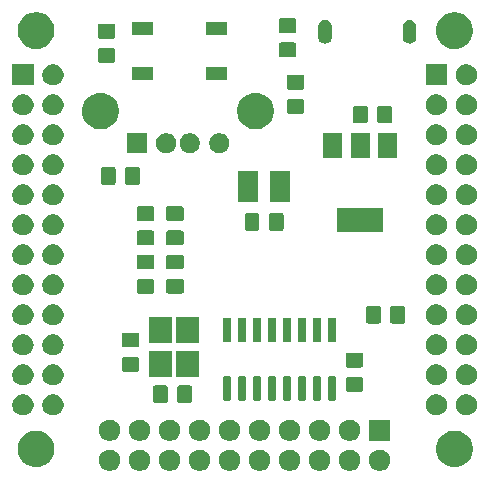
<source format=gbr>
G04 #@! TF.GenerationSoftware,KiCad,Pcbnew,5.1.6*
G04 #@! TF.CreationDate,2020-06-22T00:18:59+03:00*
G04 #@! TF.ProjectId,nanopicore_debug,6e616e6f-7069-4636-9f72-655f64656275,rev?*
G04 #@! TF.SameCoordinates,Original*
G04 #@! TF.FileFunction,Soldermask,Top*
G04 #@! TF.FilePolarity,Negative*
%FSLAX46Y46*%
G04 Gerber Fmt 4.6, Leading zero omitted, Abs format (unit mm)*
G04 Created by KiCad (PCBNEW 5.1.6) date 2020-06-22 00:18:59*
%MOMM*%
%LPD*%
G01*
G04 APERTURE LIST*
%ADD10C,0.100000*%
G04 APERTURE END LIST*
D10*
G36*
X100443512Y-80383927D02*
G01*
X100592812Y-80413624D01*
X100756784Y-80481544D01*
X100904354Y-80580147D01*
X101029853Y-80705646D01*
X101128456Y-80853216D01*
X101196376Y-81017188D01*
X101231000Y-81191259D01*
X101231000Y-81368741D01*
X101196376Y-81542812D01*
X101128456Y-81706784D01*
X101029853Y-81854354D01*
X100904354Y-81979853D01*
X100756784Y-82078456D01*
X100592812Y-82146376D01*
X100443512Y-82176073D01*
X100418742Y-82181000D01*
X100241258Y-82181000D01*
X100216488Y-82176073D01*
X100067188Y-82146376D01*
X99903216Y-82078456D01*
X99755646Y-81979853D01*
X99630147Y-81854354D01*
X99531544Y-81706784D01*
X99463624Y-81542812D01*
X99429000Y-81368741D01*
X99429000Y-81191259D01*
X99463624Y-81017188D01*
X99531544Y-80853216D01*
X99630147Y-80705646D01*
X99755646Y-80580147D01*
X99903216Y-80481544D01*
X100067188Y-80413624D01*
X100216488Y-80383927D01*
X100241258Y-80379000D01*
X100418742Y-80379000D01*
X100443512Y-80383927D01*
G37*
G36*
X97903512Y-80383927D02*
G01*
X98052812Y-80413624D01*
X98216784Y-80481544D01*
X98364354Y-80580147D01*
X98489853Y-80705646D01*
X98588456Y-80853216D01*
X98656376Y-81017188D01*
X98691000Y-81191259D01*
X98691000Y-81368741D01*
X98656376Y-81542812D01*
X98588456Y-81706784D01*
X98489853Y-81854354D01*
X98364354Y-81979853D01*
X98216784Y-82078456D01*
X98052812Y-82146376D01*
X97903512Y-82176073D01*
X97878742Y-82181000D01*
X97701258Y-82181000D01*
X97676488Y-82176073D01*
X97527188Y-82146376D01*
X97363216Y-82078456D01*
X97215646Y-81979853D01*
X97090147Y-81854354D01*
X96991544Y-81706784D01*
X96923624Y-81542812D01*
X96889000Y-81368741D01*
X96889000Y-81191259D01*
X96923624Y-81017188D01*
X96991544Y-80853216D01*
X97090147Y-80705646D01*
X97215646Y-80580147D01*
X97363216Y-80481544D01*
X97527188Y-80413624D01*
X97676488Y-80383927D01*
X97701258Y-80379000D01*
X97878742Y-80379000D01*
X97903512Y-80383927D01*
G37*
G36*
X95363512Y-80383927D02*
G01*
X95512812Y-80413624D01*
X95676784Y-80481544D01*
X95824354Y-80580147D01*
X95949853Y-80705646D01*
X96048456Y-80853216D01*
X96116376Y-81017188D01*
X96151000Y-81191259D01*
X96151000Y-81368741D01*
X96116376Y-81542812D01*
X96048456Y-81706784D01*
X95949853Y-81854354D01*
X95824354Y-81979853D01*
X95676784Y-82078456D01*
X95512812Y-82146376D01*
X95363512Y-82176073D01*
X95338742Y-82181000D01*
X95161258Y-82181000D01*
X95136488Y-82176073D01*
X94987188Y-82146376D01*
X94823216Y-82078456D01*
X94675646Y-81979853D01*
X94550147Y-81854354D01*
X94451544Y-81706784D01*
X94383624Y-81542812D01*
X94349000Y-81368741D01*
X94349000Y-81191259D01*
X94383624Y-81017188D01*
X94451544Y-80853216D01*
X94550147Y-80705646D01*
X94675646Y-80580147D01*
X94823216Y-80481544D01*
X94987188Y-80413624D01*
X95136488Y-80383927D01*
X95161258Y-80379000D01*
X95338742Y-80379000D01*
X95363512Y-80383927D01*
G37*
G36*
X92823512Y-80383927D02*
G01*
X92972812Y-80413624D01*
X93136784Y-80481544D01*
X93284354Y-80580147D01*
X93409853Y-80705646D01*
X93508456Y-80853216D01*
X93576376Y-81017188D01*
X93611000Y-81191259D01*
X93611000Y-81368741D01*
X93576376Y-81542812D01*
X93508456Y-81706784D01*
X93409853Y-81854354D01*
X93284354Y-81979853D01*
X93136784Y-82078456D01*
X92972812Y-82146376D01*
X92823512Y-82176073D01*
X92798742Y-82181000D01*
X92621258Y-82181000D01*
X92596488Y-82176073D01*
X92447188Y-82146376D01*
X92283216Y-82078456D01*
X92135646Y-81979853D01*
X92010147Y-81854354D01*
X91911544Y-81706784D01*
X91843624Y-81542812D01*
X91809000Y-81368741D01*
X91809000Y-81191259D01*
X91843624Y-81017188D01*
X91911544Y-80853216D01*
X92010147Y-80705646D01*
X92135646Y-80580147D01*
X92283216Y-80481544D01*
X92447188Y-80413624D01*
X92596488Y-80383927D01*
X92621258Y-80379000D01*
X92798742Y-80379000D01*
X92823512Y-80383927D01*
G37*
G36*
X90283512Y-80383927D02*
G01*
X90432812Y-80413624D01*
X90596784Y-80481544D01*
X90744354Y-80580147D01*
X90869853Y-80705646D01*
X90968456Y-80853216D01*
X91036376Y-81017188D01*
X91071000Y-81191259D01*
X91071000Y-81368741D01*
X91036376Y-81542812D01*
X90968456Y-81706784D01*
X90869853Y-81854354D01*
X90744354Y-81979853D01*
X90596784Y-82078456D01*
X90432812Y-82146376D01*
X90283512Y-82176073D01*
X90258742Y-82181000D01*
X90081258Y-82181000D01*
X90056488Y-82176073D01*
X89907188Y-82146376D01*
X89743216Y-82078456D01*
X89595646Y-81979853D01*
X89470147Y-81854354D01*
X89371544Y-81706784D01*
X89303624Y-81542812D01*
X89269000Y-81368741D01*
X89269000Y-81191259D01*
X89303624Y-81017188D01*
X89371544Y-80853216D01*
X89470147Y-80705646D01*
X89595646Y-80580147D01*
X89743216Y-80481544D01*
X89907188Y-80413624D01*
X90056488Y-80383927D01*
X90081258Y-80379000D01*
X90258742Y-80379000D01*
X90283512Y-80383927D01*
G37*
G36*
X87743512Y-80383927D02*
G01*
X87892812Y-80413624D01*
X88056784Y-80481544D01*
X88204354Y-80580147D01*
X88329853Y-80705646D01*
X88428456Y-80853216D01*
X88496376Y-81017188D01*
X88531000Y-81191259D01*
X88531000Y-81368741D01*
X88496376Y-81542812D01*
X88428456Y-81706784D01*
X88329853Y-81854354D01*
X88204354Y-81979853D01*
X88056784Y-82078456D01*
X87892812Y-82146376D01*
X87743512Y-82176073D01*
X87718742Y-82181000D01*
X87541258Y-82181000D01*
X87516488Y-82176073D01*
X87367188Y-82146376D01*
X87203216Y-82078456D01*
X87055646Y-81979853D01*
X86930147Y-81854354D01*
X86831544Y-81706784D01*
X86763624Y-81542812D01*
X86729000Y-81368741D01*
X86729000Y-81191259D01*
X86763624Y-81017188D01*
X86831544Y-80853216D01*
X86930147Y-80705646D01*
X87055646Y-80580147D01*
X87203216Y-80481544D01*
X87367188Y-80413624D01*
X87516488Y-80383927D01*
X87541258Y-80379000D01*
X87718742Y-80379000D01*
X87743512Y-80383927D01*
G37*
G36*
X85203512Y-80383927D02*
G01*
X85352812Y-80413624D01*
X85516784Y-80481544D01*
X85664354Y-80580147D01*
X85789853Y-80705646D01*
X85888456Y-80853216D01*
X85956376Y-81017188D01*
X85991000Y-81191259D01*
X85991000Y-81368741D01*
X85956376Y-81542812D01*
X85888456Y-81706784D01*
X85789853Y-81854354D01*
X85664354Y-81979853D01*
X85516784Y-82078456D01*
X85352812Y-82146376D01*
X85203512Y-82176073D01*
X85178742Y-82181000D01*
X85001258Y-82181000D01*
X84976488Y-82176073D01*
X84827188Y-82146376D01*
X84663216Y-82078456D01*
X84515646Y-81979853D01*
X84390147Y-81854354D01*
X84291544Y-81706784D01*
X84223624Y-81542812D01*
X84189000Y-81368741D01*
X84189000Y-81191259D01*
X84223624Y-81017188D01*
X84291544Y-80853216D01*
X84390147Y-80705646D01*
X84515646Y-80580147D01*
X84663216Y-80481544D01*
X84827188Y-80413624D01*
X84976488Y-80383927D01*
X85001258Y-80379000D01*
X85178742Y-80379000D01*
X85203512Y-80383927D01*
G37*
G36*
X82663512Y-80383927D02*
G01*
X82812812Y-80413624D01*
X82976784Y-80481544D01*
X83124354Y-80580147D01*
X83249853Y-80705646D01*
X83348456Y-80853216D01*
X83416376Y-81017188D01*
X83451000Y-81191259D01*
X83451000Y-81368741D01*
X83416376Y-81542812D01*
X83348456Y-81706784D01*
X83249853Y-81854354D01*
X83124354Y-81979853D01*
X82976784Y-82078456D01*
X82812812Y-82146376D01*
X82663512Y-82176073D01*
X82638742Y-82181000D01*
X82461258Y-82181000D01*
X82436488Y-82176073D01*
X82287188Y-82146376D01*
X82123216Y-82078456D01*
X81975646Y-81979853D01*
X81850147Y-81854354D01*
X81751544Y-81706784D01*
X81683624Y-81542812D01*
X81649000Y-81368741D01*
X81649000Y-81191259D01*
X81683624Y-81017188D01*
X81751544Y-80853216D01*
X81850147Y-80705646D01*
X81975646Y-80580147D01*
X82123216Y-80481544D01*
X82287188Y-80413624D01*
X82436488Y-80383927D01*
X82461258Y-80379000D01*
X82638742Y-80379000D01*
X82663512Y-80383927D01*
G37*
G36*
X80123512Y-80383927D02*
G01*
X80272812Y-80413624D01*
X80436784Y-80481544D01*
X80584354Y-80580147D01*
X80709853Y-80705646D01*
X80808456Y-80853216D01*
X80876376Y-81017188D01*
X80911000Y-81191259D01*
X80911000Y-81368741D01*
X80876376Y-81542812D01*
X80808456Y-81706784D01*
X80709853Y-81854354D01*
X80584354Y-81979853D01*
X80436784Y-82078456D01*
X80272812Y-82146376D01*
X80123512Y-82176073D01*
X80098742Y-82181000D01*
X79921258Y-82181000D01*
X79896488Y-82176073D01*
X79747188Y-82146376D01*
X79583216Y-82078456D01*
X79435646Y-81979853D01*
X79310147Y-81854354D01*
X79211544Y-81706784D01*
X79143624Y-81542812D01*
X79109000Y-81368741D01*
X79109000Y-81191259D01*
X79143624Y-81017188D01*
X79211544Y-80853216D01*
X79310147Y-80705646D01*
X79435646Y-80580147D01*
X79583216Y-80481544D01*
X79747188Y-80413624D01*
X79896488Y-80383927D01*
X79921258Y-80379000D01*
X80098742Y-80379000D01*
X80123512Y-80383927D01*
G37*
G36*
X77583512Y-80383927D02*
G01*
X77732812Y-80413624D01*
X77896784Y-80481544D01*
X78044354Y-80580147D01*
X78169853Y-80705646D01*
X78268456Y-80853216D01*
X78336376Y-81017188D01*
X78371000Y-81191259D01*
X78371000Y-81368741D01*
X78336376Y-81542812D01*
X78268456Y-81706784D01*
X78169853Y-81854354D01*
X78044354Y-81979853D01*
X77896784Y-82078456D01*
X77732812Y-82146376D01*
X77583512Y-82176073D01*
X77558742Y-82181000D01*
X77381258Y-82181000D01*
X77356488Y-82176073D01*
X77207188Y-82146376D01*
X77043216Y-82078456D01*
X76895646Y-81979853D01*
X76770147Y-81854354D01*
X76671544Y-81706784D01*
X76603624Y-81542812D01*
X76569000Y-81368741D01*
X76569000Y-81191259D01*
X76603624Y-81017188D01*
X76671544Y-80853216D01*
X76770147Y-80705646D01*
X76895646Y-80580147D01*
X77043216Y-80481544D01*
X77207188Y-80413624D01*
X77356488Y-80383927D01*
X77381258Y-80379000D01*
X77558742Y-80379000D01*
X77583512Y-80383927D01*
G37*
G36*
X106957185Y-78793602D02*
G01*
X107107010Y-78823404D01*
X107389274Y-78940321D01*
X107643305Y-79110059D01*
X107859341Y-79326095D01*
X108029079Y-79580126D01*
X108145996Y-79862390D01*
X108145996Y-79862391D01*
X108205600Y-80162039D01*
X108205600Y-80467561D01*
X108183205Y-80580147D01*
X108145996Y-80767210D01*
X108029079Y-81049474D01*
X107859341Y-81303505D01*
X107643305Y-81519541D01*
X107389274Y-81689279D01*
X107107010Y-81806196D01*
X106957185Y-81835998D01*
X106807361Y-81865800D01*
X106501839Y-81865800D01*
X106352015Y-81835998D01*
X106202190Y-81806196D01*
X105919926Y-81689279D01*
X105665895Y-81519541D01*
X105449859Y-81303505D01*
X105280121Y-81049474D01*
X105163204Y-80767210D01*
X105125995Y-80580147D01*
X105103600Y-80467561D01*
X105103600Y-80162039D01*
X105163204Y-79862391D01*
X105163204Y-79862390D01*
X105280121Y-79580126D01*
X105449859Y-79326095D01*
X105665895Y-79110059D01*
X105919926Y-78940321D01*
X106202190Y-78823404D01*
X106352015Y-78793602D01*
X106501839Y-78763800D01*
X106807361Y-78763800D01*
X106957185Y-78793602D01*
G37*
G36*
X71549585Y-78793602D02*
G01*
X71699410Y-78823404D01*
X71981674Y-78940321D01*
X72235705Y-79110059D01*
X72451741Y-79326095D01*
X72621479Y-79580126D01*
X72738396Y-79862390D01*
X72738396Y-79862391D01*
X72798000Y-80162039D01*
X72798000Y-80467561D01*
X72775605Y-80580147D01*
X72738396Y-80767210D01*
X72621479Y-81049474D01*
X72451741Y-81303505D01*
X72235705Y-81519541D01*
X71981674Y-81689279D01*
X71699410Y-81806196D01*
X71549585Y-81835998D01*
X71399761Y-81865800D01*
X71094239Y-81865800D01*
X70944415Y-81835998D01*
X70794590Y-81806196D01*
X70512326Y-81689279D01*
X70258295Y-81519541D01*
X70042259Y-81303505D01*
X69872521Y-81049474D01*
X69755604Y-80767210D01*
X69718395Y-80580147D01*
X69696000Y-80467561D01*
X69696000Y-80162039D01*
X69755604Y-79862391D01*
X69755604Y-79862390D01*
X69872521Y-79580126D01*
X70042259Y-79326095D01*
X70258295Y-79110059D01*
X70512326Y-78940321D01*
X70794590Y-78823404D01*
X70944415Y-78793602D01*
X71094239Y-78763800D01*
X71399761Y-78763800D01*
X71549585Y-78793602D01*
G37*
G36*
X90283512Y-77843927D02*
G01*
X90432812Y-77873624D01*
X90596784Y-77941544D01*
X90744354Y-78040147D01*
X90869853Y-78165646D01*
X90968456Y-78313216D01*
X91036376Y-78477188D01*
X91071000Y-78651259D01*
X91071000Y-78828741D01*
X91036376Y-79002812D01*
X90968456Y-79166784D01*
X90869853Y-79314354D01*
X90744354Y-79439853D01*
X90596784Y-79538456D01*
X90432812Y-79606376D01*
X90283512Y-79636073D01*
X90258742Y-79641000D01*
X90081258Y-79641000D01*
X90056488Y-79636073D01*
X89907188Y-79606376D01*
X89743216Y-79538456D01*
X89595646Y-79439853D01*
X89470147Y-79314354D01*
X89371544Y-79166784D01*
X89303624Y-79002812D01*
X89269000Y-78828741D01*
X89269000Y-78651259D01*
X89303624Y-78477188D01*
X89371544Y-78313216D01*
X89470147Y-78165646D01*
X89595646Y-78040147D01*
X89743216Y-77941544D01*
X89907188Y-77873624D01*
X90056488Y-77843927D01*
X90081258Y-77839000D01*
X90258742Y-77839000D01*
X90283512Y-77843927D01*
G37*
G36*
X101231000Y-79641000D02*
G01*
X99429000Y-79641000D01*
X99429000Y-77839000D01*
X101231000Y-77839000D01*
X101231000Y-79641000D01*
G37*
G36*
X95363512Y-77843927D02*
G01*
X95512812Y-77873624D01*
X95676784Y-77941544D01*
X95824354Y-78040147D01*
X95949853Y-78165646D01*
X96048456Y-78313216D01*
X96116376Y-78477188D01*
X96151000Y-78651259D01*
X96151000Y-78828741D01*
X96116376Y-79002812D01*
X96048456Y-79166784D01*
X95949853Y-79314354D01*
X95824354Y-79439853D01*
X95676784Y-79538456D01*
X95512812Y-79606376D01*
X95363512Y-79636073D01*
X95338742Y-79641000D01*
X95161258Y-79641000D01*
X95136488Y-79636073D01*
X94987188Y-79606376D01*
X94823216Y-79538456D01*
X94675646Y-79439853D01*
X94550147Y-79314354D01*
X94451544Y-79166784D01*
X94383624Y-79002812D01*
X94349000Y-78828741D01*
X94349000Y-78651259D01*
X94383624Y-78477188D01*
X94451544Y-78313216D01*
X94550147Y-78165646D01*
X94675646Y-78040147D01*
X94823216Y-77941544D01*
X94987188Y-77873624D01*
X95136488Y-77843927D01*
X95161258Y-77839000D01*
X95338742Y-77839000D01*
X95363512Y-77843927D01*
G37*
G36*
X97903512Y-77843927D02*
G01*
X98052812Y-77873624D01*
X98216784Y-77941544D01*
X98364354Y-78040147D01*
X98489853Y-78165646D01*
X98588456Y-78313216D01*
X98656376Y-78477188D01*
X98691000Y-78651259D01*
X98691000Y-78828741D01*
X98656376Y-79002812D01*
X98588456Y-79166784D01*
X98489853Y-79314354D01*
X98364354Y-79439853D01*
X98216784Y-79538456D01*
X98052812Y-79606376D01*
X97903512Y-79636073D01*
X97878742Y-79641000D01*
X97701258Y-79641000D01*
X97676488Y-79636073D01*
X97527188Y-79606376D01*
X97363216Y-79538456D01*
X97215646Y-79439853D01*
X97090147Y-79314354D01*
X96991544Y-79166784D01*
X96923624Y-79002812D01*
X96889000Y-78828741D01*
X96889000Y-78651259D01*
X96923624Y-78477188D01*
X96991544Y-78313216D01*
X97090147Y-78165646D01*
X97215646Y-78040147D01*
X97363216Y-77941544D01*
X97527188Y-77873624D01*
X97676488Y-77843927D01*
X97701258Y-77839000D01*
X97878742Y-77839000D01*
X97903512Y-77843927D01*
G37*
G36*
X92823512Y-77843927D02*
G01*
X92972812Y-77873624D01*
X93136784Y-77941544D01*
X93284354Y-78040147D01*
X93409853Y-78165646D01*
X93508456Y-78313216D01*
X93576376Y-78477188D01*
X93611000Y-78651259D01*
X93611000Y-78828741D01*
X93576376Y-79002812D01*
X93508456Y-79166784D01*
X93409853Y-79314354D01*
X93284354Y-79439853D01*
X93136784Y-79538456D01*
X92972812Y-79606376D01*
X92823512Y-79636073D01*
X92798742Y-79641000D01*
X92621258Y-79641000D01*
X92596488Y-79636073D01*
X92447188Y-79606376D01*
X92283216Y-79538456D01*
X92135646Y-79439853D01*
X92010147Y-79314354D01*
X91911544Y-79166784D01*
X91843624Y-79002812D01*
X91809000Y-78828741D01*
X91809000Y-78651259D01*
X91843624Y-78477188D01*
X91911544Y-78313216D01*
X92010147Y-78165646D01*
X92135646Y-78040147D01*
X92283216Y-77941544D01*
X92447188Y-77873624D01*
X92596488Y-77843927D01*
X92621258Y-77839000D01*
X92798742Y-77839000D01*
X92823512Y-77843927D01*
G37*
G36*
X77583512Y-77843927D02*
G01*
X77732812Y-77873624D01*
X77896784Y-77941544D01*
X78044354Y-78040147D01*
X78169853Y-78165646D01*
X78268456Y-78313216D01*
X78336376Y-78477188D01*
X78371000Y-78651259D01*
X78371000Y-78828741D01*
X78336376Y-79002812D01*
X78268456Y-79166784D01*
X78169853Y-79314354D01*
X78044354Y-79439853D01*
X77896784Y-79538456D01*
X77732812Y-79606376D01*
X77583512Y-79636073D01*
X77558742Y-79641000D01*
X77381258Y-79641000D01*
X77356488Y-79636073D01*
X77207188Y-79606376D01*
X77043216Y-79538456D01*
X76895646Y-79439853D01*
X76770147Y-79314354D01*
X76671544Y-79166784D01*
X76603624Y-79002812D01*
X76569000Y-78828741D01*
X76569000Y-78651259D01*
X76603624Y-78477188D01*
X76671544Y-78313216D01*
X76770147Y-78165646D01*
X76895646Y-78040147D01*
X77043216Y-77941544D01*
X77207188Y-77873624D01*
X77356488Y-77843927D01*
X77381258Y-77839000D01*
X77558742Y-77839000D01*
X77583512Y-77843927D01*
G37*
G36*
X87743512Y-77843927D02*
G01*
X87892812Y-77873624D01*
X88056784Y-77941544D01*
X88204354Y-78040147D01*
X88329853Y-78165646D01*
X88428456Y-78313216D01*
X88496376Y-78477188D01*
X88531000Y-78651259D01*
X88531000Y-78828741D01*
X88496376Y-79002812D01*
X88428456Y-79166784D01*
X88329853Y-79314354D01*
X88204354Y-79439853D01*
X88056784Y-79538456D01*
X87892812Y-79606376D01*
X87743512Y-79636073D01*
X87718742Y-79641000D01*
X87541258Y-79641000D01*
X87516488Y-79636073D01*
X87367188Y-79606376D01*
X87203216Y-79538456D01*
X87055646Y-79439853D01*
X86930147Y-79314354D01*
X86831544Y-79166784D01*
X86763624Y-79002812D01*
X86729000Y-78828741D01*
X86729000Y-78651259D01*
X86763624Y-78477188D01*
X86831544Y-78313216D01*
X86930147Y-78165646D01*
X87055646Y-78040147D01*
X87203216Y-77941544D01*
X87367188Y-77873624D01*
X87516488Y-77843927D01*
X87541258Y-77839000D01*
X87718742Y-77839000D01*
X87743512Y-77843927D01*
G37*
G36*
X80123512Y-77843927D02*
G01*
X80272812Y-77873624D01*
X80436784Y-77941544D01*
X80584354Y-78040147D01*
X80709853Y-78165646D01*
X80808456Y-78313216D01*
X80876376Y-78477188D01*
X80911000Y-78651259D01*
X80911000Y-78828741D01*
X80876376Y-79002812D01*
X80808456Y-79166784D01*
X80709853Y-79314354D01*
X80584354Y-79439853D01*
X80436784Y-79538456D01*
X80272812Y-79606376D01*
X80123512Y-79636073D01*
X80098742Y-79641000D01*
X79921258Y-79641000D01*
X79896488Y-79636073D01*
X79747188Y-79606376D01*
X79583216Y-79538456D01*
X79435646Y-79439853D01*
X79310147Y-79314354D01*
X79211544Y-79166784D01*
X79143624Y-79002812D01*
X79109000Y-78828741D01*
X79109000Y-78651259D01*
X79143624Y-78477188D01*
X79211544Y-78313216D01*
X79310147Y-78165646D01*
X79435646Y-78040147D01*
X79583216Y-77941544D01*
X79747188Y-77873624D01*
X79896488Y-77843927D01*
X79921258Y-77839000D01*
X80098742Y-77839000D01*
X80123512Y-77843927D01*
G37*
G36*
X85203512Y-77843927D02*
G01*
X85352812Y-77873624D01*
X85516784Y-77941544D01*
X85664354Y-78040147D01*
X85789853Y-78165646D01*
X85888456Y-78313216D01*
X85956376Y-78477188D01*
X85991000Y-78651259D01*
X85991000Y-78828741D01*
X85956376Y-79002812D01*
X85888456Y-79166784D01*
X85789853Y-79314354D01*
X85664354Y-79439853D01*
X85516784Y-79538456D01*
X85352812Y-79606376D01*
X85203512Y-79636073D01*
X85178742Y-79641000D01*
X85001258Y-79641000D01*
X84976488Y-79636073D01*
X84827188Y-79606376D01*
X84663216Y-79538456D01*
X84515646Y-79439853D01*
X84390147Y-79314354D01*
X84291544Y-79166784D01*
X84223624Y-79002812D01*
X84189000Y-78828741D01*
X84189000Y-78651259D01*
X84223624Y-78477188D01*
X84291544Y-78313216D01*
X84390147Y-78165646D01*
X84515646Y-78040147D01*
X84663216Y-77941544D01*
X84827188Y-77873624D01*
X84976488Y-77843927D01*
X85001258Y-77839000D01*
X85178742Y-77839000D01*
X85203512Y-77843927D01*
G37*
G36*
X82663512Y-77843927D02*
G01*
X82812812Y-77873624D01*
X82976784Y-77941544D01*
X83124354Y-78040147D01*
X83249853Y-78165646D01*
X83348456Y-78313216D01*
X83416376Y-78477188D01*
X83451000Y-78651259D01*
X83451000Y-78828741D01*
X83416376Y-79002812D01*
X83348456Y-79166784D01*
X83249853Y-79314354D01*
X83124354Y-79439853D01*
X82976784Y-79538456D01*
X82812812Y-79606376D01*
X82663512Y-79636073D01*
X82638742Y-79641000D01*
X82461258Y-79641000D01*
X82436488Y-79636073D01*
X82287188Y-79606376D01*
X82123216Y-79538456D01*
X81975646Y-79439853D01*
X81850147Y-79314354D01*
X81751544Y-79166784D01*
X81683624Y-79002812D01*
X81649000Y-78828741D01*
X81649000Y-78651259D01*
X81683624Y-78477188D01*
X81751544Y-78313216D01*
X81850147Y-78165646D01*
X81975646Y-78040147D01*
X82123216Y-77941544D01*
X82287188Y-77873624D01*
X82436488Y-77843927D01*
X82461258Y-77839000D01*
X82638742Y-77839000D01*
X82663512Y-77843927D01*
G37*
G36*
X107784112Y-75684927D02*
G01*
X107933412Y-75714624D01*
X108097384Y-75782544D01*
X108244954Y-75881147D01*
X108370453Y-76006646D01*
X108469056Y-76154216D01*
X108536976Y-76318188D01*
X108571600Y-76492259D01*
X108571600Y-76669741D01*
X108536976Y-76843812D01*
X108469056Y-77007784D01*
X108370453Y-77155354D01*
X108244954Y-77280853D01*
X108097384Y-77379456D01*
X107933412Y-77447376D01*
X107784112Y-77477073D01*
X107759342Y-77482000D01*
X107581858Y-77482000D01*
X107557088Y-77477073D01*
X107407788Y-77447376D01*
X107243816Y-77379456D01*
X107096246Y-77280853D01*
X106970747Y-77155354D01*
X106872144Y-77007784D01*
X106804224Y-76843812D01*
X106769600Y-76669741D01*
X106769600Y-76492259D01*
X106804224Y-76318188D01*
X106872144Y-76154216D01*
X106970747Y-76006646D01*
X107096246Y-75881147D01*
X107243816Y-75782544D01*
X107407788Y-75714624D01*
X107557088Y-75684927D01*
X107581858Y-75680000D01*
X107759342Y-75680000D01*
X107784112Y-75684927D01*
G37*
G36*
X72782912Y-75684927D02*
G01*
X72932212Y-75714624D01*
X73096184Y-75782544D01*
X73243754Y-75881147D01*
X73369253Y-76006646D01*
X73467856Y-76154216D01*
X73535776Y-76318188D01*
X73570400Y-76492259D01*
X73570400Y-76669741D01*
X73535776Y-76843812D01*
X73467856Y-77007784D01*
X73369253Y-77155354D01*
X73243754Y-77280853D01*
X73096184Y-77379456D01*
X72932212Y-77447376D01*
X72782912Y-77477073D01*
X72758142Y-77482000D01*
X72580658Y-77482000D01*
X72555888Y-77477073D01*
X72406588Y-77447376D01*
X72242616Y-77379456D01*
X72095046Y-77280853D01*
X71969547Y-77155354D01*
X71870944Y-77007784D01*
X71803024Y-76843812D01*
X71768400Y-76669741D01*
X71768400Y-76492259D01*
X71803024Y-76318188D01*
X71870944Y-76154216D01*
X71969547Y-76006646D01*
X72095046Y-75881147D01*
X72242616Y-75782544D01*
X72406588Y-75714624D01*
X72555888Y-75684927D01*
X72580658Y-75680000D01*
X72758142Y-75680000D01*
X72782912Y-75684927D01*
G37*
G36*
X70242912Y-75684927D02*
G01*
X70392212Y-75714624D01*
X70556184Y-75782544D01*
X70703754Y-75881147D01*
X70829253Y-76006646D01*
X70927856Y-76154216D01*
X70995776Y-76318188D01*
X71030400Y-76492259D01*
X71030400Y-76669741D01*
X70995776Y-76843812D01*
X70927856Y-77007784D01*
X70829253Y-77155354D01*
X70703754Y-77280853D01*
X70556184Y-77379456D01*
X70392212Y-77447376D01*
X70242912Y-77477073D01*
X70218142Y-77482000D01*
X70040658Y-77482000D01*
X70015888Y-77477073D01*
X69866588Y-77447376D01*
X69702616Y-77379456D01*
X69555046Y-77280853D01*
X69429547Y-77155354D01*
X69330944Y-77007784D01*
X69263024Y-76843812D01*
X69228400Y-76669741D01*
X69228400Y-76492259D01*
X69263024Y-76318188D01*
X69330944Y-76154216D01*
X69429547Y-76006646D01*
X69555046Y-75881147D01*
X69702616Y-75782544D01*
X69866588Y-75714624D01*
X70015888Y-75684927D01*
X70040658Y-75680000D01*
X70218142Y-75680000D01*
X70242912Y-75684927D01*
G37*
G36*
X105244112Y-75684927D02*
G01*
X105393412Y-75714624D01*
X105557384Y-75782544D01*
X105704954Y-75881147D01*
X105830453Y-76006646D01*
X105929056Y-76154216D01*
X105996976Y-76318188D01*
X106031600Y-76492259D01*
X106031600Y-76669741D01*
X105996976Y-76843812D01*
X105929056Y-77007784D01*
X105830453Y-77155354D01*
X105704954Y-77280853D01*
X105557384Y-77379456D01*
X105393412Y-77447376D01*
X105244112Y-77477073D01*
X105219342Y-77482000D01*
X105041858Y-77482000D01*
X105017088Y-77477073D01*
X104867788Y-77447376D01*
X104703816Y-77379456D01*
X104556246Y-77280853D01*
X104430747Y-77155354D01*
X104332144Y-77007784D01*
X104264224Y-76843812D01*
X104229600Y-76669741D01*
X104229600Y-76492259D01*
X104264224Y-76318188D01*
X104332144Y-76154216D01*
X104430747Y-76006646D01*
X104556246Y-75881147D01*
X104703816Y-75782544D01*
X104867788Y-75714624D01*
X105017088Y-75684927D01*
X105041858Y-75680000D01*
X105219342Y-75680000D01*
X105244112Y-75684927D01*
G37*
G36*
X84283674Y-74945465D02*
G01*
X84321367Y-74956899D01*
X84356103Y-74975466D01*
X84386548Y-75000452D01*
X84411534Y-75030897D01*
X84430101Y-75065633D01*
X84441535Y-75103326D01*
X84446000Y-75148661D01*
X84446000Y-76235339D01*
X84441535Y-76280674D01*
X84430101Y-76318367D01*
X84411534Y-76353103D01*
X84386548Y-76383548D01*
X84356103Y-76408534D01*
X84321367Y-76427101D01*
X84283674Y-76438535D01*
X84238339Y-76443000D01*
X83401661Y-76443000D01*
X83356326Y-76438535D01*
X83318633Y-76427101D01*
X83283897Y-76408534D01*
X83253452Y-76383548D01*
X83228466Y-76353103D01*
X83209899Y-76318367D01*
X83198465Y-76280674D01*
X83194000Y-76235339D01*
X83194000Y-75148661D01*
X83198465Y-75103326D01*
X83209899Y-75065633D01*
X83228466Y-75030897D01*
X83253452Y-75000452D01*
X83283897Y-74975466D01*
X83318633Y-74956899D01*
X83356326Y-74945465D01*
X83401661Y-74941000D01*
X84238339Y-74941000D01*
X84283674Y-74945465D01*
G37*
G36*
X82233674Y-74945465D02*
G01*
X82271367Y-74956899D01*
X82306103Y-74975466D01*
X82336548Y-75000452D01*
X82361534Y-75030897D01*
X82380101Y-75065633D01*
X82391535Y-75103326D01*
X82396000Y-75148661D01*
X82396000Y-76235339D01*
X82391535Y-76280674D01*
X82380101Y-76318367D01*
X82361534Y-76353103D01*
X82336548Y-76383548D01*
X82306103Y-76408534D01*
X82271367Y-76427101D01*
X82233674Y-76438535D01*
X82188339Y-76443000D01*
X81351661Y-76443000D01*
X81306326Y-76438535D01*
X81268633Y-76427101D01*
X81233897Y-76408534D01*
X81203452Y-76383548D01*
X81178466Y-76353103D01*
X81159899Y-76318367D01*
X81148465Y-76280674D01*
X81144000Y-76235339D01*
X81144000Y-75148661D01*
X81148465Y-75103326D01*
X81159899Y-75065633D01*
X81178466Y-75030897D01*
X81203452Y-75000452D01*
X81233897Y-74975466D01*
X81268633Y-74956899D01*
X81306326Y-74945465D01*
X81351661Y-74941000D01*
X82188339Y-74941000D01*
X82233674Y-74945465D01*
G37*
G36*
X95281328Y-74171964D02*
G01*
X95302409Y-74178360D01*
X95321845Y-74188748D01*
X95338876Y-74202724D01*
X95352852Y-74219755D01*
X95363240Y-74239191D01*
X95369636Y-74260272D01*
X95372400Y-74288340D01*
X95372400Y-76102060D01*
X95369636Y-76130128D01*
X95363240Y-76151209D01*
X95352852Y-76170645D01*
X95338876Y-76187676D01*
X95321845Y-76201652D01*
X95302409Y-76212040D01*
X95281328Y-76218436D01*
X95253260Y-76221200D01*
X94789540Y-76221200D01*
X94761472Y-76218436D01*
X94740391Y-76212040D01*
X94720955Y-76201652D01*
X94703924Y-76187676D01*
X94689948Y-76170645D01*
X94679560Y-76151209D01*
X94673164Y-76130128D01*
X94670400Y-76102060D01*
X94670400Y-74288340D01*
X94673164Y-74260272D01*
X94679560Y-74239191D01*
X94689948Y-74219755D01*
X94703924Y-74202724D01*
X94720955Y-74188748D01*
X94740391Y-74178360D01*
X94761472Y-74171964D01*
X94789540Y-74169200D01*
X95253260Y-74169200D01*
X95281328Y-74171964D01*
G37*
G36*
X96551328Y-74171964D02*
G01*
X96572409Y-74178360D01*
X96591845Y-74188748D01*
X96608876Y-74202724D01*
X96622852Y-74219755D01*
X96633240Y-74239191D01*
X96639636Y-74260272D01*
X96642400Y-74288340D01*
X96642400Y-76102060D01*
X96639636Y-76130128D01*
X96633240Y-76151209D01*
X96622852Y-76170645D01*
X96608876Y-76187676D01*
X96591845Y-76201652D01*
X96572409Y-76212040D01*
X96551328Y-76218436D01*
X96523260Y-76221200D01*
X96059540Y-76221200D01*
X96031472Y-76218436D01*
X96010391Y-76212040D01*
X95990955Y-76201652D01*
X95973924Y-76187676D01*
X95959948Y-76170645D01*
X95949560Y-76151209D01*
X95943164Y-76130128D01*
X95940400Y-76102060D01*
X95940400Y-74288340D01*
X95943164Y-74260272D01*
X95949560Y-74239191D01*
X95959948Y-74219755D01*
X95973924Y-74202724D01*
X95990955Y-74188748D01*
X96010391Y-74178360D01*
X96031472Y-74171964D01*
X96059540Y-74169200D01*
X96523260Y-74169200D01*
X96551328Y-74171964D01*
G37*
G36*
X94011328Y-74171964D02*
G01*
X94032409Y-74178360D01*
X94051845Y-74188748D01*
X94068876Y-74202724D01*
X94082852Y-74219755D01*
X94093240Y-74239191D01*
X94099636Y-74260272D01*
X94102400Y-74288340D01*
X94102400Y-76102060D01*
X94099636Y-76130128D01*
X94093240Y-76151209D01*
X94082852Y-76170645D01*
X94068876Y-76187676D01*
X94051845Y-76201652D01*
X94032409Y-76212040D01*
X94011328Y-76218436D01*
X93983260Y-76221200D01*
X93519540Y-76221200D01*
X93491472Y-76218436D01*
X93470391Y-76212040D01*
X93450955Y-76201652D01*
X93433924Y-76187676D01*
X93419948Y-76170645D01*
X93409560Y-76151209D01*
X93403164Y-76130128D01*
X93400400Y-76102060D01*
X93400400Y-74288340D01*
X93403164Y-74260272D01*
X93409560Y-74239191D01*
X93419948Y-74219755D01*
X93433924Y-74202724D01*
X93450955Y-74188748D01*
X93470391Y-74178360D01*
X93491472Y-74171964D01*
X93519540Y-74169200D01*
X93983260Y-74169200D01*
X94011328Y-74171964D01*
G37*
G36*
X92741328Y-74171964D02*
G01*
X92762409Y-74178360D01*
X92781845Y-74188748D01*
X92798876Y-74202724D01*
X92812852Y-74219755D01*
X92823240Y-74239191D01*
X92829636Y-74260272D01*
X92832400Y-74288340D01*
X92832400Y-76102060D01*
X92829636Y-76130128D01*
X92823240Y-76151209D01*
X92812852Y-76170645D01*
X92798876Y-76187676D01*
X92781845Y-76201652D01*
X92762409Y-76212040D01*
X92741328Y-76218436D01*
X92713260Y-76221200D01*
X92249540Y-76221200D01*
X92221472Y-76218436D01*
X92200391Y-76212040D01*
X92180955Y-76201652D01*
X92163924Y-76187676D01*
X92149948Y-76170645D01*
X92139560Y-76151209D01*
X92133164Y-76130128D01*
X92130400Y-76102060D01*
X92130400Y-74288340D01*
X92133164Y-74260272D01*
X92139560Y-74239191D01*
X92149948Y-74219755D01*
X92163924Y-74202724D01*
X92180955Y-74188748D01*
X92200391Y-74178360D01*
X92221472Y-74171964D01*
X92249540Y-74169200D01*
X92713260Y-74169200D01*
X92741328Y-74171964D01*
G37*
G36*
X90201328Y-74171964D02*
G01*
X90222409Y-74178360D01*
X90241845Y-74188748D01*
X90258876Y-74202724D01*
X90272852Y-74219755D01*
X90283240Y-74239191D01*
X90289636Y-74260272D01*
X90292400Y-74288340D01*
X90292400Y-76102060D01*
X90289636Y-76130128D01*
X90283240Y-76151209D01*
X90272852Y-76170645D01*
X90258876Y-76187676D01*
X90241845Y-76201652D01*
X90222409Y-76212040D01*
X90201328Y-76218436D01*
X90173260Y-76221200D01*
X89709540Y-76221200D01*
X89681472Y-76218436D01*
X89660391Y-76212040D01*
X89640955Y-76201652D01*
X89623924Y-76187676D01*
X89609948Y-76170645D01*
X89599560Y-76151209D01*
X89593164Y-76130128D01*
X89590400Y-76102060D01*
X89590400Y-74288340D01*
X89593164Y-74260272D01*
X89599560Y-74239191D01*
X89609948Y-74219755D01*
X89623924Y-74202724D01*
X89640955Y-74188748D01*
X89660391Y-74178360D01*
X89681472Y-74171964D01*
X89709540Y-74169200D01*
X90173260Y-74169200D01*
X90201328Y-74171964D01*
G37*
G36*
X91471328Y-74171964D02*
G01*
X91492409Y-74178360D01*
X91511845Y-74188748D01*
X91528876Y-74202724D01*
X91542852Y-74219755D01*
X91553240Y-74239191D01*
X91559636Y-74260272D01*
X91562400Y-74288340D01*
X91562400Y-76102060D01*
X91559636Y-76130128D01*
X91553240Y-76151209D01*
X91542852Y-76170645D01*
X91528876Y-76187676D01*
X91511845Y-76201652D01*
X91492409Y-76212040D01*
X91471328Y-76218436D01*
X91443260Y-76221200D01*
X90979540Y-76221200D01*
X90951472Y-76218436D01*
X90930391Y-76212040D01*
X90910955Y-76201652D01*
X90893924Y-76187676D01*
X90879948Y-76170645D01*
X90869560Y-76151209D01*
X90863164Y-76130128D01*
X90860400Y-76102060D01*
X90860400Y-74288340D01*
X90863164Y-74260272D01*
X90869560Y-74239191D01*
X90879948Y-74219755D01*
X90893924Y-74202724D01*
X90910955Y-74188748D01*
X90930391Y-74178360D01*
X90951472Y-74171964D01*
X90979540Y-74169200D01*
X91443260Y-74169200D01*
X91471328Y-74171964D01*
G37*
G36*
X88931328Y-74171964D02*
G01*
X88952409Y-74178360D01*
X88971845Y-74188748D01*
X88988876Y-74202724D01*
X89002852Y-74219755D01*
X89013240Y-74239191D01*
X89019636Y-74260272D01*
X89022400Y-74288340D01*
X89022400Y-76102060D01*
X89019636Y-76130128D01*
X89013240Y-76151209D01*
X89002852Y-76170645D01*
X88988876Y-76187676D01*
X88971845Y-76201652D01*
X88952409Y-76212040D01*
X88931328Y-76218436D01*
X88903260Y-76221200D01*
X88439540Y-76221200D01*
X88411472Y-76218436D01*
X88390391Y-76212040D01*
X88370955Y-76201652D01*
X88353924Y-76187676D01*
X88339948Y-76170645D01*
X88329560Y-76151209D01*
X88323164Y-76130128D01*
X88320400Y-76102060D01*
X88320400Y-74288340D01*
X88323164Y-74260272D01*
X88329560Y-74239191D01*
X88339948Y-74219755D01*
X88353924Y-74202724D01*
X88370955Y-74188748D01*
X88390391Y-74178360D01*
X88411472Y-74171964D01*
X88439540Y-74169200D01*
X88903260Y-74169200D01*
X88931328Y-74171964D01*
G37*
G36*
X87661328Y-74171964D02*
G01*
X87682409Y-74178360D01*
X87701845Y-74188748D01*
X87718876Y-74202724D01*
X87732852Y-74219755D01*
X87743240Y-74239191D01*
X87749636Y-74260272D01*
X87752400Y-74288340D01*
X87752400Y-76102060D01*
X87749636Y-76130128D01*
X87743240Y-76151209D01*
X87732852Y-76170645D01*
X87718876Y-76187676D01*
X87701845Y-76201652D01*
X87682409Y-76212040D01*
X87661328Y-76218436D01*
X87633260Y-76221200D01*
X87169540Y-76221200D01*
X87141472Y-76218436D01*
X87120391Y-76212040D01*
X87100955Y-76201652D01*
X87083924Y-76187676D01*
X87069948Y-76170645D01*
X87059560Y-76151209D01*
X87053164Y-76130128D01*
X87050400Y-76102060D01*
X87050400Y-74288340D01*
X87053164Y-74260272D01*
X87059560Y-74239191D01*
X87069948Y-74219755D01*
X87083924Y-74202724D01*
X87100955Y-74188748D01*
X87120391Y-74178360D01*
X87141472Y-74171964D01*
X87169540Y-74169200D01*
X87633260Y-74169200D01*
X87661328Y-74171964D01*
G37*
G36*
X98788674Y-74228465D02*
G01*
X98826367Y-74239899D01*
X98861103Y-74258466D01*
X98891548Y-74283452D01*
X98916534Y-74313897D01*
X98935101Y-74348633D01*
X98946535Y-74386326D01*
X98951000Y-74431661D01*
X98951000Y-75268339D01*
X98946535Y-75313674D01*
X98935101Y-75351367D01*
X98916534Y-75386103D01*
X98891548Y-75416548D01*
X98861103Y-75441534D01*
X98826367Y-75460101D01*
X98788674Y-75471535D01*
X98743339Y-75476000D01*
X97656661Y-75476000D01*
X97611326Y-75471535D01*
X97573633Y-75460101D01*
X97538897Y-75441534D01*
X97508452Y-75416548D01*
X97483466Y-75386103D01*
X97464899Y-75351367D01*
X97453465Y-75313674D01*
X97449000Y-75268339D01*
X97449000Y-74431661D01*
X97453465Y-74386326D01*
X97464899Y-74348633D01*
X97483466Y-74313897D01*
X97508452Y-74283452D01*
X97538897Y-74258466D01*
X97573633Y-74239899D01*
X97611326Y-74228465D01*
X97656661Y-74224000D01*
X98743339Y-74224000D01*
X98788674Y-74228465D01*
G37*
G36*
X107784112Y-73144927D02*
G01*
X107933412Y-73174624D01*
X108097384Y-73242544D01*
X108244954Y-73341147D01*
X108370453Y-73466646D01*
X108469056Y-73614216D01*
X108536976Y-73778188D01*
X108571600Y-73952259D01*
X108571600Y-74129741D01*
X108536976Y-74303812D01*
X108469056Y-74467784D01*
X108370453Y-74615354D01*
X108244954Y-74740853D01*
X108097384Y-74839456D01*
X107933412Y-74907376D01*
X107784112Y-74937073D01*
X107759342Y-74942000D01*
X107581858Y-74942000D01*
X107557088Y-74937073D01*
X107407788Y-74907376D01*
X107243816Y-74839456D01*
X107096246Y-74740853D01*
X106970747Y-74615354D01*
X106872144Y-74467784D01*
X106804224Y-74303812D01*
X106769600Y-74129741D01*
X106769600Y-73952259D01*
X106804224Y-73778188D01*
X106872144Y-73614216D01*
X106970747Y-73466646D01*
X107096246Y-73341147D01*
X107243816Y-73242544D01*
X107407788Y-73174624D01*
X107557088Y-73144927D01*
X107581858Y-73140000D01*
X107759342Y-73140000D01*
X107784112Y-73144927D01*
G37*
G36*
X105244112Y-73144927D02*
G01*
X105393412Y-73174624D01*
X105557384Y-73242544D01*
X105704954Y-73341147D01*
X105830453Y-73466646D01*
X105929056Y-73614216D01*
X105996976Y-73778188D01*
X106031600Y-73952259D01*
X106031600Y-74129741D01*
X105996976Y-74303812D01*
X105929056Y-74467784D01*
X105830453Y-74615354D01*
X105704954Y-74740853D01*
X105557384Y-74839456D01*
X105393412Y-74907376D01*
X105244112Y-74937073D01*
X105219342Y-74942000D01*
X105041858Y-74942000D01*
X105017088Y-74937073D01*
X104867788Y-74907376D01*
X104703816Y-74839456D01*
X104556246Y-74740853D01*
X104430747Y-74615354D01*
X104332144Y-74467784D01*
X104264224Y-74303812D01*
X104229600Y-74129741D01*
X104229600Y-73952259D01*
X104264224Y-73778188D01*
X104332144Y-73614216D01*
X104430747Y-73466646D01*
X104556246Y-73341147D01*
X104703816Y-73242544D01*
X104867788Y-73174624D01*
X105017088Y-73144927D01*
X105041858Y-73140000D01*
X105219342Y-73140000D01*
X105244112Y-73144927D01*
G37*
G36*
X72782912Y-73144927D02*
G01*
X72932212Y-73174624D01*
X73096184Y-73242544D01*
X73243754Y-73341147D01*
X73369253Y-73466646D01*
X73467856Y-73614216D01*
X73535776Y-73778188D01*
X73570400Y-73952259D01*
X73570400Y-74129741D01*
X73535776Y-74303812D01*
X73467856Y-74467784D01*
X73369253Y-74615354D01*
X73243754Y-74740853D01*
X73096184Y-74839456D01*
X72932212Y-74907376D01*
X72782912Y-74937073D01*
X72758142Y-74942000D01*
X72580658Y-74942000D01*
X72555888Y-74937073D01*
X72406588Y-74907376D01*
X72242616Y-74839456D01*
X72095046Y-74740853D01*
X71969547Y-74615354D01*
X71870944Y-74467784D01*
X71803024Y-74303812D01*
X71768400Y-74129741D01*
X71768400Y-73952259D01*
X71803024Y-73778188D01*
X71870944Y-73614216D01*
X71969547Y-73466646D01*
X72095046Y-73341147D01*
X72242616Y-73242544D01*
X72406588Y-73174624D01*
X72555888Y-73144927D01*
X72580658Y-73140000D01*
X72758142Y-73140000D01*
X72782912Y-73144927D01*
G37*
G36*
X70242912Y-73144927D02*
G01*
X70392212Y-73174624D01*
X70556184Y-73242544D01*
X70703754Y-73341147D01*
X70829253Y-73466646D01*
X70927856Y-73614216D01*
X70995776Y-73778188D01*
X71030400Y-73952259D01*
X71030400Y-74129741D01*
X70995776Y-74303812D01*
X70927856Y-74467784D01*
X70829253Y-74615354D01*
X70703754Y-74740853D01*
X70556184Y-74839456D01*
X70392212Y-74907376D01*
X70242912Y-74937073D01*
X70218142Y-74942000D01*
X70040658Y-74942000D01*
X70015888Y-74937073D01*
X69866588Y-74907376D01*
X69702616Y-74839456D01*
X69555046Y-74740853D01*
X69429547Y-74615354D01*
X69330944Y-74467784D01*
X69263024Y-74303812D01*
X69228400Y-74129741D01*
X69228400Y-73952259D01*
X69263024Y-73778188D01*
X69330944Y-73614216D01*
X69429547Y-73466646D01*
X69555046Y-73341147D01*
X69702616Y-73242544D01*
X69866588Y-73174624D01*
X70015888Y-73144927D01*
X70040658Y-73140000D01*
X70218142Y-73140000D01*
X70242912Y-73144927D01*
G37*
G36*
X82725000Y-74253000D02*
G01*
X80823000Y-74253000D01*
X80823000Y-72051000D01*
X82725000Y-72051000D01*
X82725000Y-74253000D01*
G37*
G36*
X85025000Y-74253000D02*
G01*
X83123000Y-74253000D01*
X83123000Y-72051000D01*
X85025000Y-72051000D01*
X85025000Y-74253000D01*
G37*
G36*
X79836674Y-72530465D02*
G01*
X79874367Y-72541899D01*
X79909103Y-72560466D01*
X79939548Y-72585452D01*
X79964534Y-72615897D01*
X79983101Y-72650633D01*
X79994535Y-72688326D01*
X79999000Y-72733661D01*
X79999000Y-73570339D01*
X79994535Y-73615674D01*
X79983101Y-73653367D01*
X79964534Y-73688103D01*
X79939548Y-73718548D01*
X79909103Y-73743534D01*
X79874367Y-73762101D01*
X79836674Y-73773535D01*
X79791339Y-73778000D01*
X78704661Y-73778000D01*
X78659326Y-73773535D01*
X78621633Y-73762101D01*
X78586897Y-73743534D01*
X78556452Y-73718548D01*
X78531466Y-73688103D01*
X78512899Y-73653367D01*
X78501465Y-73615674D01*
X78497000Y-73570339D01*
X78497000Y-72733661D01*
X78501465Y-72688326D01*
X78512899Y-72650633D01*
X78531466Y-72615897D01*
X78556452Y-72585452D01*
X78586897Y-72560466D01*
X78621633Y-72541899D01*
X78659326Y-72530465D01*
X78704661Y-72526000D01*
X79791339Y-72526000D01*
X79836674Y-72530465D01*
G37*
G36*
X98788674Y-72178465D02*
G01*
X98826367Y-72189899D01*
X98861103Y-72208466D01*
X98891548Y-72233452D01*
X98916534Y-72263897D01*
X98935101Y-72298633D01*
X98946535Y-72336326D01*
X98951000Y-72381661D01*
X98951000Y-73218339D01*
X98946535Y-73263674D01*
X98935101Y-73301367D01*
X98916534Y-73336103D01*
X98891548Y-73366548D01*
X98861103Y-73391534D01*
X98826367Y-73410101D01*
X98788674Y-73421535D01*
X98743339Y-73426000D01*
X97656661Y-73426000D01*
X97611326Y-73421535D01*
X97573633Y-73410101D01*
X97538897Y-73391534D01*
X97508452Y-73366548D01*
X97483466Y-73336103D01*
X97464899Y-73301367D01*
X97453465Y-73263674D01*
X97449000Y-73218339D01*
X97449000Y-72381661D01*
X97453465Y-72336326D01*
X97464899Y-72298633D01*
X97483466Y-72263897D01*
X97508452Y-72233452D01*
X97538897Y-72208466D01*
X97573633Y-72189899D01*
X97611326Y-72178465D01*
X97656661Y-72174000D01*
X98743339Y-72174000D01*
X98788674Y-72178465D01*
G37*
G36*
X107784112Y-70604927D02*
G01*
X107933412Y-70634624D01*
X108097384Y-70702544D01*
X108244954Y-70801147D01*
X108370453Y-70926646D01*
X108469056Y-71074216D01*
X108536976Y-71238188D01*
X108559813Y-71353000D01*
X108571600Y-71412258D01*
X108571600Y-71589742D01*
X108566673Y-71614512D01*
X108536976Y-71763812D01*
X108469056Y-71927784D01*
X108370453Y-72075354D01*
X108244954Y-72200853D01*
X108097384Y-72299456D01*
X107933412Y-72367376D01*
X107784112Y-72397073D01*
X107759342Y-72402000D01*
X107581858Y-72402000D01*
X107557088Y-72397073D01*
X107407788Y-72367376D01*
X107243816Y-72299456D01*
X107096246Y-72200853D01*
X106970747Y-72075354D01*
X106872144Y-71927784D01*
X106804224Y-71763812D01*
X106774527Y-71614512D01*
X106769600Y-71589742D01*
X106769600Y-71412258D01*
X106781387Y-71353000D01*
X106804224Y-71238188D01*
X106872144Y-71074216D01*
X106970747Y-70926646D01*
X107096246Y-70801147D01*
X107243816Y-70702544D01*
X107407788Y-70634624D01*
X107557088Y-70604927D01*
X107581858Y-70600000D01*
X107759342Y-70600000D01*
X107784112Y-70604927D01*
G37*
G36*
X72782912Y-70604927D02*
G01*
X72932212Y-70634624D01*
X73096184Y-70702544D01*
X73243754Y-70801147D01*
X73369253Y-70926646D01*
X73467856Y-71074216D01*
X73535776Y-71238188D01*
X73558613Y-71353000D01*
X73570400Y-71412258D01*
X73570400Y-71589742D01*
X73565473Y-71614512D01*
X73535776Y-71763812D01*
X73467856Y-71927784D01*
X73369253Y-72075354D01*
X73243754Y-72200853D01*
X73096184Y-72299456D01*
X72932212Y-72367376D01*
X72782912Y-72397073D01*
X72758142Y-72402000D01*
X72580658Y-72402000D01*
X72555888Y-72397073D01*
X72406588Y-72367376D01*
X72242616Y-72299456D01*
X72095046Y-72200853D01*
X71969547Y-72075354D01*
X71870944Y-71927784D01*
X71803024Y-71763812D01*
X71773327Y-71614512D01*
X71768400Y-71589742D01*
X71768400Y-71412258D01*
X71780187Y-71353000D01*
X71803024Y-71238188D01*
X71870944Y-71074216D01*
X71969547Y-70926646D01*
X72095046Y-70801147D01*
X72242616Y-70702544D01*
X72406588Y-70634624D01*
X72555888Y-70604927D01*
X72580658Y-70600000D01*
X72758142Y-70600000D01*
X72782912Y-70604927D01*
G37*
G36*
X70242912Y-70604927D02*
G01*
X70392212Y-70634624D01*
X70556184Y-70702544D01*
X70703754Y-70801147D01*
X70829253Y-70926646D01*
X70927856Y-71074216D01*
X70995776Y-71238188D01*
X71018613Y-71353000D01*
X71030400Y-71412258D01*
X71030400Y-71589742D01*
X71025473Y-71614512D01*
X70995776Y-71763812D01*
X70927856Y-71927784D01*
X70829253Y-72075354D01*
X70703754Y-72200853D01*
X70556184Y-72299456D01*
X70392212Y-72367376D01*
X70242912Y-72397073D01*
X70218142Y-72402000D01*
X70040658Y-72402000D01*
X70015888Y-72397073D01*
X69866588Y-72367376D01*
X69702616Y-72299456D01*
X69555046Y-72200853D01*
X69429547Y-72075354D01*
X69330944Y-71927784D01*
X69263024Y-71763812D01*
X69233327Y-71614512D01*
X69228400Y-71589742D01*
X69228400Y-71412258D01*
X69240187Y-71353000D01*
X69263024Y-71238188D01*
X69330944Y-71074216D01*
X69429547Y-70926646D01*
X69555046Y-70801147D01*
X69702616Y-70702544D01*
X69866588Y-70634624D01*
X70015888Y-70604927D01*
X70040658Y-70600000D01*
X70218142Y-70600000D01*
X70242912Y-70604927D01*
G37*
G36*
X105244112Y-70604927D02*
G01*
X105393412Y-70634624D01*
X105557384Y-70702544D01*
X105704954Y-70801147D01*
X105830453Y-70926646D01*
X105929056Y-71074216D01*
X105996976Y-71238188D01*
X106019813Y-71353000D01*
X106031600Y-71412258D01*
X106031600Y-71589742D01*
X106026673Y-71614512D01*
X105996976Y-71763812D01*
X105929056Y-71927784D01*
X105830453Y-72075354D01*
X105704954Y-72200853D01*
X105557384Y-72299456D01*
X105393412Y-72367376D01*
X105244112Y-72397073D01*
X105219342Y-72402000D01*
X105041858Y-72402000D01*
X105017088Y-72397073D01*
X104867788Y-72367376D01*
X104703816Y-72299456D01*
X104556246Y-72200853D01*
X104430747Y-72075354D01*
X104332144Y-71927784D01*
X104264224Y-71763812D01*
X104234527Y-71614512D01*
X104229600Y-71589742D01*
X104229600Y-71412258D01*
X104241387Y-71353000D01*
X104264224Y-71238188D01*
X104332144Y-71074216D01*
X104430747Y-70926646D01*
X104556246Y-70801147D01*
X104703816Y-70702544D01*
X104867788Y-70634624D01*
X105017088Y-70604927D01*
X105041858Y-70600000D01*
X105219342Y-70600000D01*
X105244112Y-70604927D01*
G37*
G36*
X79836674Y-70480465D02*
G01*
X79874367Y-70491899D01*
X79909103Y-70510466D01*
X79939548Y-70535452D01*
X79964534Y-70565897D01*
X79983101Y-70600633D01*
X79994535Y-70638326D01*
X79999000Y-70683661D01*
X79999000Y-71520339D01*
X79994535Y-71565674D01*
X79983101Y-71603367D01*
X79964534Y-71638103D01*
X79939548Y-71668548D01*
X79909103Y-71693534D01*
X79874367Y-71712101D01*
X79836674Y-71723535D01*
X79791339Y-71728000D01*
X78704661Y-71728000D01*
X78659326Y-71723535D01*
X78621633Y-71712101D01*
X78586897Y-71693534D01*
X78556452Y-71668548D01*
X78531466Y-71638103D01*
X78512899Y-71603367D01*
X78501465Y-71565674D01*
X78497000Y-71520339D01*
X78497000Y-70683661D01*
X78501465Y-70638326D01*
X78512899Y-70600633D01*
X78531466Y-70565897D01*
X78556452Y-70535452D01*
X78586897Y-70510466D01*
X78621633Y-70491899D01*
X78659326Y-70480465D01*
X78704661Y-70476000D01*
X79791339Y-70476000D01*
X79836674Y-70480465D01*
G37*
G36*
X85025000Y-71353000D02*
G01*
X83123000Y-71353000D01*
X83123000Y-69151000D01*
X85025000Y-69151000D01*
X85025000Y-71353000D01*
G37*
G36*
X82725000Y-71353000D02*
G01*
X80823000Y-71353000D01*
X80823000Y-69151000D01*
X82725000Y-69151000D01*
X82725000Y-71353000D01*
G37*
G36*
X94011328Y-69221964D02*
G01*
X94032409Y-69228360D01*
X94051845Y-69238748D01*
X94068876Y-69252724D01*
X94082852Y-69269755D01*
X94093240Y-69289191D01*
X94099636Y-69310272D01*
X94102400Y-69338340D01*
X94102400Y-71152060D01*
X94099636Y-71180128D01*
X94093240Y-71201209D01*
X94082852Y-71220645D01*
X94068876Y-71237676D01*
X94051845Y-71251652D01*
X94032409Y-71262040D01*
X94011328Y-71268436D01*
X93983260Y-71271200D01*
X93519540Y-71271200D01*
X93491472Y-71268436D01*
X93470391Y-71262040D01*
X93450955Y-71251652D01*
X93433924Y-71237676D01*
X93419948Y-71220645D01*
X93409560Y-71201209D01*
X93403164Y-71180128D01*
X93400400Y-71152060D01*
X93400400Y-69338340D01*
X93403164Y-69310272D01*
X93409560Y-69289191D01*
X93419948Y-69269755D01*
X93433924Y-69252724D01*
X93450955Y-69238748D01*
X93470391Y-69228360D01*
X93491472Y-69221964D01*
X93519540Y-69219200D01*
X93983260Y-69219200D01*
X94011328Y-69221964D01*
G37*
G36*
X96551328Y-69221964D02*
G01*
X96572409Y-69228360D01*
X96591845Y-69238748D01*
X96608876Y-69252724D01*
X96622852Y-69269755D01*
X96633240Y-69289191D01*
X96639636Y-69310272D01*
X96642400Y-69338340D01*
X96642400Y-71152060D01*
X96639636Y-71180128D01*
X96633240Y-71201209D01*
X96622852Y-71220645D01*
X96608876Y-71237676D01*
X96591845Y-71251652D01*
X96572409Y-71262040D01*
X96551328Y-71268436D01*
X96523260Y-71271200D01*
X96059540Y-71271200D01*
X96031472Y-71268436D01*
X96010391Y-71262040D01*
X95990955Y-71251652D01*
X95973924Y-71237676D01*
X95959948Y-71220645D01*
X95949560Y-71201209D01*
X95943164Y-71180128D01*
X95940400Y-71152060D01*
X95940400Y-69338340D01*
X95943164Y-69310272D01*
X95949560Y-69289191D01*
X95959948Y-69269755D01*
X95973924Y-69252724D01*
X95990955Y-69238748D01*
X96010391Y-69228360D01*
X96031472Y-69221964D01*
X96059540Y-69219200D01*
X96523260Y-69219200D01*
X96551328Y-69221964D01*
G37*
G36*
X95281328Y-69221964D02*
G01*
X95302409Y-69228360D01*
X95321845Y-69238748D01*
X95338876Y-69252724D01*
X95352852Y-69269755D01*
X95363240Y-69289191D01*
X95369636Y-69310272D01*
X95372400Y-69338340D01*
X95372400Y-71152060D01*
X95369636Y-71180128D01*
X95363240Y-71201209D01*
X95352852Y-71220645D01*
X95338876Y-71237676D01*
X95321845Y-71251652D01*
X95302409Y-71262040D01*
X95281328Y-71268436D01*
X95253260Y-71271200D01*
X94789540Y-71271200D01*
X94761472Y-71268436D01*
X94740391Y-71262040D01*
X94720955Y-71251652D01*
X94703924Y-71237676D01*
X94689948Y-71220645D01*
X94679560Y-71201209D01*
X94673164Y-71180128D01*
X94670400Y-71152060D01*
X94670400Y-69338340D01*
X94673164Y-69310272D01*
X94679560Y-69289191D01*
X94689948Y-69269755D01*
X94703924Y-69252724D01*
X94720955Y-69238748D01*
X94740391Y-69228360D01*
X94761472Y-69221964D01*
X94789540Y-69219200D01*
X95253260Y-69219200D01*
X95281328Y-69221964D01*
G37*
G36*
X87661328Y-69221964D02*
G01*
X87682409Y-69228360D01*
X87701845Y-69238748D01*
X87718876Y-69252724D01*
X87732852Y-69269755D01*
X87743240Y-69289191D01*
X87749636Y-69310272D01*
X87752400Y-69338340D01*
X87752400Y-71152060D01*
X87749636Y-71180128D01*
X87743240Y-71201209D01*
X87732852Y-71220645D01*
X87718876Y-71237676D01*
X87701845Y-71251652D01*
X87682409Y-71262040D01*
X87661328Y-71268436D01*
X87633260Y-71271200D01*
X87169540Y-71271200D01*
X87141472Y-71268436D01*
X87120391Y-71262040D01*
X87100955Y-71251652D01*
X87083924Y-71237676D01*
X87069948Y-71220645D01*
X87059560Y-71201209D01*
X87053164Y-71180128D01*
X87050400Y-71152060D01*
X87050400Y-69338340D01*
X87053164Y-69310272D01*
X87059560Y-69289191D01*
X87069948Y-69269755D01*
X87083924Y-69252724D01*
X87100955Y-69238748D01*
X87120391Y-69228360D01*
X87141472Y-69221964D01*
X87169540Y-69219200D01*
X87633260Y-69219200D01*
X87661328Y-69221964D01*
G37*
G36*
X88931328Y-69221964D02*
G01*
X88952409Y-69228360D01*
X88971845Y-69238748D01*
X88988876Y-69252724D01*
X89002852Y-69269755D01*
X89013240Y-69289191D01*
X89019636Y-69310272D01*
X89022400Y-69338340D01*
X89022400Y-71152060D01*
X89019636Y-71180128D01*
X89013240Y-71201209D01*
X89002852Y-71220645D01*
X88988876Y-71237676D01*
X88971845Y-71251652D01*
X88952409Y-71262040D01*
X88931328Y-71268436D01*
X88903260Y-71271200D01*
X88439540Y-71271200D01*
X88411472Y-71268436D01*
X88390391Y-71262040D01*
X88370955Y-71251652D01*
X88353924Y-71237676D01*
X88339948Y-71220645D01*
X88329560Y-71201209D01*
X88323164Y-71180128D01*
X88320400Y-71152060D01*
X88320400Y-69338340D01*
X88323164Y-69310272D01*
X88329560Y-69289191D01*
X88339948Y-69269755D01*
X88353924Y-69252724D01*
X88370955Y-69238748D01*
X88390391Y-69228360D01*
X88411472Y-69221964D01*
X88439540Y-69219200D01*
X88903260Y-69219200D01*
X88931328Y-69221964D01*
G37*
G36*
X90201328Y-69221964D02*
G01*
X90222409Y-69228360D01*
X90241845Y-69238748D01*
X90258876Y-69252724D01*
X90272852Y-69269755D01*
X90283240Y-69289191D01*
X90289636Y-69310272D01*
X90292400Y-69338340D01*
X90292400Y-71152060D01*
X90289636Y-71180128D01*
X90283240Y-71201209D01*
X90272852Y-71220645D01*
X90258876Y-71237676D01*
X90241845Y-71251652D01*
X90222409Y-71262040D01*
X90201328Y-71268436D01*
X90173260Y-71271200D01*
X89709540Y-71271200D01*
X89681472Y-71268436D01*
X89660391Y-71262040D01*
X89640955Y-71251652D01*
X89623924Y-71237676D01*
X89609948Y-71220645D01*
X89599560Y-71201209D01*
X89593164Y-71180128D01*
X89590400Y-71152060D01*
X89590400Y-69338340D01*
X89593164Y-69310272D01*
X89599560Y-69289191D01*
X89609948Y-69269755D01*
X89623924Y-69252724D01*
X89640955Y-69238748D01*
X89660391Y-69228360D01*
X89681472Y-69221964D01*
X89709540Y-69219200D01*
X90173260Y-69219200D01*
X90201328Y-69221964D01*
G37*
G36*
X91471328Y-69221964D02*
G01*
X91492409Y-69228360D01*
X91511845Y-69238748D01*
X91528876Y-69252724D01*
X91542852Y-69269755D01*
X91553240Y-69289191D01*
X91559636Y-69310272D01*
X91562400Y-69338340D01*
X91562400Y-71152060D01*
X91559636Y-71180128D01*
X91553240Y-71201209D01*
X91542852Y-71220645D01*
X91528876Y-71237676D01*
X91511845Y-71251652D01*
X91492409Y-71262040D01*
X91471328Y-71268436D01*
X91443260Y-71271200D01*
X90979540Y-71271200D01*
X90951472Y-71268436D01*
X90930391Y-71262040D01*
X90910955Y-71251652D01*
X90893924Y-71237676D01*
X90879948Y-71220645D01*
X90869560Y-71201209D01*
X90863164Y-71180128D01*
X90860400Y-71152060D01*
X90860400Y-69338340D01*
X90863164Y-69310272D01*
X90869560Y-69289191D01*
X90879948Y-69269755D01*
X90893924Y-69252724D01*
X90910955Y-69238748D01*
X90930391Y-69228360D01*
X90951472Y-69221964D01*
X90979540Y-69219200D01*
X91443260Y-69219200D01*
X91471328Y-69221964D01*
G37*
G36*
X92741328Y-69221964D02*
G01*
X92762409Y-69228360D01*
X92781845Y-69238748D01*
X92798876Y-69252724D01*
X92812852Y-69269755D01*
X92823240Y-69289191D01*
X92829636Y-69310272D01*
X92832400Y-69338340D01*
X92832400Y-71152060D01*
X92829636Y-71180128D01*
X92823240Y-71201209D01*
X92812852Y-71220645D01*
X92798876Y-71237676D01*
X92781845Y-71251652D01*
X92762409Y-71262040D01*
X92741328Y-71268436D01*
X92713260Y-71271200D01*
X92249540Y-71271200D01*
X92221472Y-71268436D01*
X92200391Y-71262040D01*
X92180955Y-71251652D01*
X92163924Y-71237676D01*
X92149948Y-71220645D01*
X92139560Y-71201209D01*
X92133164Y-71180128D01*
X92130400Y-71152060D01*
X92130400Y-69338340D01*
X92133164Y-69310272D01*
X92139560Y-69289191D01*
X92149948Y-69269755D01*
X92163924Y-69252724D01*
X92180955Y-69238748D01*
X92200391Y-69228360D01*
X92221472Y-69221964D01*
X92249540Y-69219200D01*
X92713260Y-69219200D01*
X92741328Y-69221964D01*
G37*
G36*
X105244112Y-68064927D02*
G01*
X105393412Y-68094624D01*
X105557384Y-68162544D01*
X105704954Y-68261147D01*
X105830453Y-68386646D01*
X105929056Y-68534216D01*
X105996976Y-68698188D01*
X106031600Y-68872259D01*
X106031600Y-69049741D01*
X105996976Y-69223812D01*
X105929056Y-69387784D01*
X105830453Y-69535354D01*
X105704954Y-69660853D01*
X105557384Y-69759456D01*
X105393412Y-69827376D01*
X105244112Y-69857073D01*
X105219342Y-69862000D01*
X105041858Y-69862000D01*
X105017088Y-69857073D01*
X104867788Y-69827376D01*
X104703816Y-69759456D01*
X104556246Y-69660853D01*
X104430747Y-69535354D01*
X104332144Y-69387784D01*
X104264224Y-69223812D01*
X104229600Y-69049741D01*
X104229600Y-68872259D01*
X104264224Y-68698188D01*
X104332144Y-68534216D01*
X104430747Y-68386646D01*
X104556246Y-68261147D01*
X104703816Y-68162544D01*
X104867788Y-68094624D01*
X105017088Y-68064927D01*
X105041858Y-68060000D01*
X105219342Y-68060000D01*
X105244112Y-68064927D01*
G37*
G36*
X72782912Y-68064927D02*
G01*
X72932212Y-68094624D01*
X73096184Y-68162544D01*
X73243754Y-68261147D01*
X73369253Y-68386646D01*
X73467856Y-68534216D01*
X73535776Y-68698188D01*
X73570400Y-68872259D01*
X73570400Y-69049741D01*
X73535776Y-69223812D01*
X73467856Y-69387784D01*
X73369253Y-69535354D01*
X73243754Y-69660853D01*
X73096184Y-69759456D01*
X72932212Y-69827376D01*
X72782912Y-69857073D01*
X72758142Y-69862000D01*
X72580658Y-69862000D01*
X72555888Y-69857073D01*
X72406588Y-69827376D01*
X72242616Y-69759456D01*
X72095046Y-69660853D01*
X71969547Y-69535354D01*
X71870944Y-69387784D01*
X71803024Y-69223812D01*
X71768400Y-69049741D01*
X71768400Y-68872259D01*
X71803024Y-68698188D01*
X71870944Y-68534216D01*
X71969547Y-68386646D01*
X72095046Y-68261147D01*
X72242616Y-68162544D01*
X72406588Y-68094624D01*
X72555888Y-68064927D01*
X72580658Y-68060000D01*
X72758142Y-68060000D01*
X72782912Y-68064927D01*
G37*
G36*
X70242912Y-68064927D02*
G01*
X70392212Y-68094624D01*
X70556184Y-68162544D01*
X70703754Y-68261147D01*
X70829253Y-68386646D01*
X70927856Y-68534216D01*
X70995776Y-68698188D01*
X71030400Y-68872259D01*
X71030400Y-69049741D01*
X70995776Y-69223812D01*
X70927856Y-69387784D01*
X70829253Y-69535354D01*
X70703754Y-69660853D01*
X70556184Y-69759456D01*
X70392212Y-69827376D01*
X70242912Y-69857073D01*
X70218142Y-69862000D01*
X70040658Y-69862000D01*
X70015888Y-69857073D01*
X69866588Y-69827376D01*
X69702616Y-69759456D01*
X69555046Y-69660853D01*
X69429547Y-69535354D01*
X69330944Y-69387784D01*
X69263024Y-69223812D01*
X69228400Y-69049741D01*
X69228400Y-68872259D01*
X69263024Y-68698188D01*
X69330944Y-68534216D01*
X69429547Y-68386646D01*
X69555046Y-68261147D01*
X69702616Y-68162544D01*
X69866588Y-68094624D01*
X70015888Y-68064927D01*
X70040658Y-68060000D01*
X70218142Y-68060000D01*
X70242912Y-68064927D01*
G37*
G36*
X107784112Y-68064927D02*
G01*
X107933412Y-68094624D01*
X108097384Y-68162544D01*
X108244954Y-68261147D01*
X108370453Y-68386646D01*
X108469056Y-68534216D01*
X108536976Y-68698188D01*
X108571600Y-68872259D01*
X108571600Y-69049741D01*
X108536976Y-69223812D01*
X108469056Y-69387784D01*
X108370453Y-69535354D01*
X108244954Y-69660853D01*
X108097384Y-69759456D01*
X107933412Y-69827376D01*
X107784112Y-69857073D01*
X107759342Y-69862000D01*
X107581858Y-69862000D01*
X107557088Y-69857073D01*
X107407788Y-69827376D01*
X107243816Y-69759456D01*
X107096246Y-69660853D01*
X106970747Y-69535354D01*
X106872144Y-69387784D01*
X106804224Y-69223812D01*
X106769600Y-69049741D01*
X106769600Y-68872259D01*
X106804224Y-68698188D01*
X106872144Y-68534216D01*
X106970747Y-68386646D01*
X107096246Y-68261147D01*
X107243816Y-68162544D01*
X107407788Y-68094624D01*
X107557088Y-68064927D01*
X107581858Y-68060000D01*
X107759342Y-68060000D01*
X107784112Y-68064927D01*
G37*
G36*
X100276674Y-68214465D02*
G01*
X100314367Y-68225899D01*
X100349103Y-68244466D01*
X100379548Y-68269452D01*
X100404534Y-68299897D01*
X100423101Y-68334633D01*
X100434535Y-68372326D01*
X100439000Y-68417661D01*
X100439000Y-69504339D01*
X100434535Y-69549674D01*
X100423101Y-69587367D01*
X100404534Y-69622103D01*
X100379548Y-69652548D01*
X100349103Y-69677534D01*
X100314367Y-69696101D01*
X100276674Y-69707535D01*
X100231339Y-69712000D01*
X99394661Y-69712000D01*
X99349326Y-69707535D01*
X99311633Y-69696101D01*
X99276897Y-69677534D01*
X99246452Y-69652548D01*
X99221466Y-69622103D01*
X99202899Y-69587367D01*
X99191465Y-69549674D01*
X99187000Y-69504339D01*
X99187000Y-68417661D01*
X99191465Y-68372326D01*
X99202899Y-68334633D01*
X99221466Y-68299897D01*
X99246452Y-68269452D01*
X99276897Y-68244466D01*
X99311633Y-68225899D01*
X99349326Y-68214465D01*
X99394661Y-68210000D01*
X100231339Y-68210000D01*
X100276674Y-68214465D01*
G37*
G36*
X102326674Y-68214465D02*
G01*
X102364367Y-68225899D01*
X102399103Y-68244466D01*
X102429548Y-68269452D01*
X102454534Y-68299897D01*
X102473101Y-68334633D01*
X102484535Y-68372326D01*
X102489000Y-68417661D01*
X102489000Y-69504339D01*
X102484535Y-69549674D01*
X102473101Y-69587367D01*
X102454534Y-69622103D01*
X102429548Y-69652548D01*
X102399103Y-69677534D01*
X102364367Y-69696101D01*
X102326674Y-69707535D01*
X102281339Y-69712000D01*
X101444661Y-69712000D01*
X101399326Y-69707535D01*
X101361633Y-69696101D01*
X101326897Y-69677534D01*
X101296452Y-69652548D01*
X101271466Y-69622103D01*
X101252899Y-69587367D01*
X101241465Y-69549674D01*
X101237000Y-69504339D01*
X101237000Y-68417661D01*
X101241465Y-68372326D01*
X101252899Y-68334633D01*
X101271466Y-68299897D01*
X101296452Y-68269452D01*
X101326897Y-68244466D01*
X101361633Y-68225899D01*
X101399326Y-68214465D01*
X101444661Y-68210000D01*
X102281339Y-68210000D01*
X102326674Y-68214465D01*
G37*
G36*
X105244112Y-65524927D02*
G01*
X105393412Y-65554624D01*
X105557384Y-65622544D01*
X105704954Y-65721147D01*
X105830453Y-65846646D01*
X105929056Y-65994216D01*
X105996976Y-66158188D01*
X106031600Y-66332259D01*
X106031600Y-66509741D01*
X105996976Y-66683812D01*
X105929056Y-66847784D01*
X105830453Y-66995354D01*
X105704954Y-67120853D01*
X105557384Y-67219456D01*
X105393412Y-67287376D01*
X105244112Y-67317073D01*
X105219342Y-67322000D01*
X105041858Y-67322000D01*
X105017088Y-67317073D01*
X104867788Y-67287376D01*
X104703816Y-67219456D01*
X104556246Y-67120853D01*
X104430747Y-66995354D01*
X104332144Y-66847784D01*
X104264224Y-66683812D01*
X104229600Y-66509741D01*
X104229600Y-66332259D01*
X104264224Y-66158188D01*
X104332144Y-65994216D01*
X104430747Y-65846646D01*
X104556246Y-65721147D01*
X104703816Y-65622544D01*
X104867788Y-65554624D01*
X105017088Y-65524927D01*
X105041858Y-65520000D01*
X105219342Y-65520000D01*
X105244112Y-65524927D01*
G37*
G36*
X72782912Y-65524927D02*
G01*
X72932212Y-65554624D01*
X73096184Y-65622544D01*
X73243754Y-65721147D01*
X73369253Y-65846646D01*
X73467856Y-65994216D01*
X73535776Y-66158188D01*
X73570400Y-66332259D01*
X73570400Y-66509741D01*
X73535776Y-66683812D01*
X73467856Y-66847784D01*
X73369253Y-66995354D01*
X73243754Y-67120853D01*
X73096184Y-67219456D01*
X72932212Y-67287376D01*
X72782912Y-67317073D01*
X72758142Y-67322000D01*
X72580658Y-67322000D01*
X72555888Y-67317073D01*
X72406588Y-67287376D01*
X72242616Y-67219456D01*
X72095046Y-67120853D01*
X71969547Y-66995354D01*
X71870944Y-66847784D01*
X71803024Y-66683812D01*
X71768400Y-66509741D01*
X71768400Y-66332259D01*
X71803024Y-66158188D01*
X71870944Y-65994216D01*
X71969547Y-65846646D01*
X72095046Y-65721147D01*
X72242616Y-65622544D01*
X72406588Y-65554624D01*
X72555888Y-65524927D01*
X72580658Y-65520000D01*
X72758142Y-65520000D01*
X72782912Y-65524927D01*
G37*
G36*
X70242912Y-65524927D02*
G01*
X70392212Y-65554624D01*
X70556184Y-65622544D01*
X70703754Y-65721147D01*
X70829253Y-65846646D01*
X70927856Y-65994216D01*
X70995776Y-66158188D01*
X71030400Y-66332259D01*
X71030400Y-66509741D01*
X70995776Y-66683812D01*
X70927856Y-66847784D01*
X70829253Y-66995354D01*
X70703754Y-67120853D01*
X70556184Y-67219456D01*
X70392212Y-67287376D01*
X70242912Y-67317073D01*
X70218142Y-67322000D01*
X70040658Y-67322000D01*
X70015888Y-67317073D01*
X69866588Y-67287376D01*
X69702616Y-67219456D01*
X69555046Y-67120853D01*
X69429547Y-66995354D01*
X69330944Y-66847784D01*
X69263024Y-66683812D01*
X69228400Y-66509741D01*
X69228400Y-66332259D01*
X69263024Y-66158188D01*
X69330944Y-65994216D01*
X69429547Y-65846646D01*
X69555046Y-65721147D01*
X69702616Y-65622544D01*
X69866588Y-65554624D01*
X70015888Y-65524927D01*
X70040658Y-65520000D01*
X70218142Y-65520000D01*
X70242912Y-65524927D01*
G37*
G36*
X107784112Y-65524927D02*
G01*
X107933412Y-65554624D01*
X108097384Y-65622544D01*
X108244954Y-65721147D01*
X108370453Y-65846646D01*
X108469056Y-65994216D01*
X108536976Y-66158188D01*
X108571600Y-66332259D01*
X108571600Y-66509741D01*
X108536976Y-66683812D01*
X108469056Y-66847784D01*
X108370453Y-66995354D01*
X108244954Y-67120853D01*
X108097384Y-67219456D01*
X107933412Y-67287376D01*
X107784112Y-67317073D01*
X107759342Y-67322000D01*
X107581858Y-67322000D01*
X107557088Y-67317073D01*
X107407788Y-67287376D01*
X107243816Y-67219456D01*
X107096246Y-67120853D01*
X106970747Y-66995354D01*
X106872144Y-66847784D01*
X106804224Y-66683812D01*
X106769600Y-66509741D01*
X106769600Y-66332259D01*
X106804224Y-66158188D01*
X106872144Y-65994216D01*
X106970747Y-65846646D01*
X107096246Y-65721147D01*
X107243816Y-65622544D01*
X107407788Y-65554624D01*
X107557088Y-65524927D01*
X107581858Y-65520000D01*
X107759342Y-65520000D01*
X107784112Y-65524927D01*
G37*
G36*
X83588674Y-65928465D02*
G01*
X83626367Y-65939899D01*
X83661103Y-65958466D01*
X83691548Y-65983452D01*
X83716534Y-66013897D01*
X83735101Y-66048633D01*
X83746535Y-66086326D01*
X83751000Y-66131661D01*
X83751000Y-66968339D01*
X83746535Y-67013674D01*
X83735101Y-67051367D01*
X83716534Y-67086103D01*
X83691548Y-67116548D01*
X83661103Y-67141534D01*
X83626367Y-67160101D01*
X83588674Y-67171535D01*
X83543339Y-67176000D01*
X82456661Y-67176000D01*
X82411326Y-67171535D01*
X82373633Y-67160101D01*
X82338897Y-67141534D01*
X82308452Y-67116548D01*
X82283466Y-67086103D01*
X82264899Y-67051367D01*
X82253465Y-67013674D01*
X82249000Y-66968339D01*
X82249000Y-66131661D01*
X82253465Y-66086326D01*
X82264899Y-66048633D01*
X82283466Y-66013897D01*
X82308452Y-65983452D01*
X82338897Y-65958466D01*
X82373633Y-65939899D01*
X82411326Y-65928465D01*
X82456661Y-65924000D01*
X83543339Y-65924000D01*
X83588674Y-65928465D01*
G37*
G36*
X81088674Y-65928465D02*
G01*
X81126367Y-65939899D01*
X81161103Y-65958466D01*
X81191548Y-65983452D01*
X81216534Y-66013897D01*
X81235101Y-66048633D01*
X81246535Y-66086326D01*
X81251000Y-66131661D01*
X81251000Y-66968339D01*
X81246535Y-67013674D01*
X81235101Y-67051367D01*
X81216534Y-67086103D01*
X81191548Y-67116548D01*
X81161103Y-67141534D01*
X81126367Y-67160101D01*
X81088674Y-67171535D01*
X81043339Y-67176000D01*
X79956661Y-67176000D01*
X79911326Y-67171535D01*
X79873633Y-67160101D01*
X79838897Y-67141534D01*
X79808452Y-67116548D01*
X79783466Y-67086103D01*
X79764899Y-67051367D01*
X79753465Y-67013674D01*
X79749000Y-66968339D01*
X79749000Y-66131661D01*
X79753465Y-66086326D01*
X79764899Y-66048633D01*
X79783466Y-66013897D01*
X79808452Y-65983452D01*
X79838897Y-65958466D01*
X79873633Y-65939899D01*
X79911326Y-65928465D01*
X79956661Y-65924000D01*
X81043339Y-65924000D01*
X81088674Y-65928465D01*
G37*
G36*
X83588674Y-63878465D02*
G01*
X83626367Y-63889899D01*
X83661103Y-63908466D01*
X83691548Y-63933452D01*
X83716534Y-63963897D01*
X83735101Y-63998633D01*
X83746535Y-64036326D01*
X83751000Y-64081661D01*
X83751000Y-64918339D01*
X83746535Y-64963674D01*
X83735101Y-65001367D01*
X83716534Y-65036103D01*
X83691548Y-65066548D01*
X83661103Y-65091534D01*
X83626367Y-65110101D01*
X83588674Y-65121535D01*
X83543339Y-65126000D01*
X82456661Y-65126000D01*
X82411326Y-65121535D01*
X82373633Y-65110101D01*
X82338897Y-65091534D01*
X82308452Y-65066548D01*
X82283466Y-65036103D01*
X82264899Y-65001367D01*
X82253465Y-64963674D01*
X82249000Y-64918339D01*
X82249000Y-64081661D01*
X82253465Y-64036326D01*
X82264899Y-63998633D01*
X82283466Y-63963897D01*
X82308452Y-63933452D01*
X82338897Y-63908466D01*
X82373633Y-63889899D01*
X82411326Y-63878465D01*
X82456661Y-63874000D01*
X83543339Y-63874000D01*
X83588674Y-63878465D01*
G37*
G36*
X81088674Y-63878465D02*
G01*
X81126367Y-63889899D01*
X81161103Y-63908466D01*
X81191548Y-63933452D01*
X81216534Y-63963897D01*
X81235101Y-63998633D01*
X81246535Y-64036326D01*
X81251000Y-64081661D01*
X81251000Y-64918339D01*
X81246535Y-64963674D01*
X81235101Y-65001367D01*
X81216534Y-65036103D01*
X81191548Y-65066548D01*
X81161103Y-65091534D01*
X81126367Y-65110101D01*
X81088674Y-65121535D01*
X81043339Y-65126000D01*
X79956661Y-65126000D01*
X79911326Y-65121535D01*
X79873633Y-65110101D01*
X79838897Y-65091534D01*
X79808452Y-65066548D01*
X79783466Y-65036103D01*
X79764899Y-65001367D01*
X79753465Y-64963674D01*
X79749000Y-64918339D01*
X79749000Y-64081661D01*
X79753465Y-64036326D01*
X79764899Y-63998633D01*
X79783466Y-63963897D01*
X79808452Y-63933452D01*
X79838897Y-63908466D01*
X79873633Y-63889899D01*
X79911326Y-63878465D01*
X79956661Y-63874000D01*
X81043339Y-63874000D01*
X81088674Y-63878465D01*
G37*
G36*
X70242912Y-62984927D02*
G01*
X70392212Y-63014624D01*
X70556184Y-63082544D01*
X70703754Y-63181147D01*
X70829253Y-63306646D01*
X70927856Y-63454216D01*
X70995776Y-63618188D01*
X71030400Y-63792259D01*
X71030400Y-63969741D01*
X70995776Y-64143812D01*
X70927856Y-64307784D01*
X70829253Y-64455354D01*
X70703754Y-64580853D01*
X70556184Y-64679456D01*
X70392212Y-64747376D01*
X70242912Y-64777073D01*
X70218142Y-64782000D01*
X70040658Y-64782000D01*
X70015888Y-64777073D01*
X69866588Y-64747376D01*
X69702616Y-64679456D01*
X69555046Y-64580853D01*
X69429547Y-64455354D01*
X69330944Y-64307784D01*
X69263024Y-64143812D01*
X69228400Y-63969741D01*
X69228400Y-63792259D01*
X69263024Y-63618188D01*
X69330944Y-63454216D01*
X69429547Y-63306646D01*
X69555046Y-63181147D01*
X69702616Y-63082544D01*
X69866588Y-63014624D01*
X70015888Y-62984927D01*
X70040658Y-62980000D01*
X70218142Y-62980000D01*
X70242912Y-62984927D01*
G37*
G36*
X107784112Y-62984927D02*
G01*
X107933412Y-63014624D01*
X108097384Y-63082544D01*
X108244954Y-63181147D01*
X108370453Y-63306646D01*
X108469056Y-63454216D01*
X108536976Y-63618188D01*
X108571600Y-63792259D01*
X108571600Y-63969741D01*
X108536976Y-64143812D01*
X108469056Y-64307784D01*
X108370453Y-64455354D01*
X108244954Y-64580853D01*
X108097384Y-64679456D01*
X107933412Y-64747376D01*
X107784112Y-64777073D01*
X107759342Y-64782000D01*
X107581858Y-64782000D01*
X107557088Y-64777073D01*
X107407788Y-64747376D01*
X107243816Y-64679456D01*
X107096246Y-64580853D01*
X106970747Y-64455354D01*
X106872144Y-64307784D01*
X106804224Y-64143812D01*
X106769600Y-63969741D01*
X106769600Y-63792259D01*
X106804224Y-63618188D01*
X106872144Y-63454216D01*
X106970747Y-63306646D01*
X107096246Y-63181147D01*
X107243816Y-63082544D01*
X107407788Y-63014624D01*
X107557088Y-62984927D01*
X107581858Y-62980000D01*
X107759342Y-62980000D01*
X107784112Y-62984927D01*
G37*
G36*
X105244112Y-62984927D02*
G01*
X105393412Y-63014624D01*
X105557384Y-63082544D01*
X105704954Y-63181147D01*
X105830453Y-63306646D01*
X105929056Y-63454216D01*
X105996976Y-63618188D01*
X106031600Y-63792259D01*
X106031600Y-63969741D01*
X105996976Y-64143812D01*
X105929056Y-64307784D01*
X105830453Y-64455354D01*
X105704954Y-64580853D01*
X105557384Y-64679456D01*
X105393412Y-64747376D01*
X105244112Y-64777073D01*
X105219342Y-64782000D01*
X105041858Y-64782000D01*
X105017088Y-64777073D01*
X104867788Y-64747376D01*
X104703816Y-64679456D01*
X104556246Y-64580853D01*
X104430747Y-64455354D01*
X104332144Y-64307784D01*
X104264224Y-64143812D01*
X104229600Y-63969741D01*
X104229600Y-63792259D01*
X104264224Y-63618188D01*
X104332144Y-63454216D01*
X104430747Y-63306646D01*
X104556246Y-63181147D01*
X104703816Y-63082544D01*
X104867788Y-63014624D01*
X105017088Y-62984927D01*
X105041858Y-62980000D01*
X105219342Y-62980000D01*
X105244112Y-62984927D01*
G37*
G36*
X72782912Y-62984927D02*
G01*
X72932212Y-63014624D01*
X73096184Y-63082544D01*
X73243754Y-63181147D01*
X73369253Y-63306646D01*
X73467856Y-63454216D01*
X73535776Y-63618188D01*
X73570400Y-63792259D01*
X73570400Y-63969741D01*
X73535776Y-64143812D01*
X73467856Y-64307784D01*
X73369253Y-64455354D01*
X73243754Y-64580853D01*
X73096184Y-64679456D01*
X72932212Y-64747376D01*
X72782912Y-64777073D01*
X72758142Y-64782000D01*
X72580658Y-64782000D01*
X72555888Y-64777073D01*
X72406588Y-64747376D01*
X72242616Y-64679456D01*
X72095046Y-64580853D01*
X71969547Y-64455354D01*
X71870944Y-64307784D01*
X71803024Y-64143812D01*
X71768400Y-63969741D01*
X71768400Y-63792259D01*
X71803024Y-63618188D01*
X71870944Y-63454216D01*
X71969547Y-63306646D01*
X72095046Y-63181147D01*
X72242616Y-63082544D01*
X72406588Y-63014624D01*
X72555888Y-62984927D01*
X72580658Y-62980000D01*
X72758142Y-62980000D01*
X72782912Y-62984927D01*
G37*
G36*
X83570474Y-61828465D02*
G01*
X83608167Y-61839899D01*
X83642903Y-61858466D01*
X83673348Y-61883452D01*
X83698334Y-61913897D01*
X83716901Y-61948633D01*
X83728335Y-61986326D01*
X83732800Y-62031661D01*
X83732800Y-62868339D01*
X83728335Y-62913674D01*
X83716901Y-62951367D01*
X83698334Y-62986103D01*
X83673348Y-63016548D01*
X83642903Y-63041534D01*
X83608167Y-63060101D01*
X83570474Y-63071535D01*
X83525139Y-63076000D01*
X82438461Y-63076000D01*
X82393126Y-63071535D01*
X82355433Y-63060101D01*
X82320697Y-63041534D01*
X82290252Y-63016548D01*
X82265266Y-62986103D01*
X82246699Y-62951367D01*
X82235265Y-62913674D01*
X82230800Y-62868339D01*
X82230800Y-62031661D01*
X82235265Y-61986326D01*
X82246699Y-61948633D01*
X82265266Y-61913897D01*
X82290252Y-61883452D01*
X82320697Y-61858466D01*
X82355433Y-61839899D01*
X82393126Y-61828465D01*
X82438461Y-61824000D01*
X83525139Y-61824000D01*
X83570474Y-61828465D01*
G37*
G36*
X81106674Y-61828465D02*
G01*
X81144367Y-61839899D01*
X81179103Y-61858466D01*
X81209548Y-61883452D01*
X81234534Y-61913897D01*
X81253101Y-61948633D01*
X81264535Y-61986326D01*
X81269000Y-62031661D01*
X81269000Y-62868339D01*
X81264535Y-62913674D01*
X81253101Y-62951367D01*
X81234534Y-62986103D01*
X81209548Y-63016548D01*
X81179103Y-63041534D01*
X81144367Y-63060101D01*
X81106674Y-63071535D01*
X81061339Y-63076000D01*
X79974661Y-63076000D01*
X79929326Y-63071535D01*
X79891633Y-63060101D01*
X79856897Y-63041534D01*
X79826452Y-63016548D01*
X79801466Y-62986103D01*
X79782899Y-62951367D01*
X79771465Y-62913674D01*
X79767000Y-62868339D01*
X79767000Y-62031661D01*
X79771465Y-61986326D01*
X79782899Y-61948633D01*
X79801466Y-61913897D01*
X79826452Y-61883452D01*
X79856897Y-61858466D01*
X79891633Y-61839899D01*
X79929326Y-61828465D01*
X79974661Y-61824000D01*
X81061339Y-61824000D01*
X81106674Y-61828465D01*
G37*
G36*
X70242912Y-60444927D02*
G01*
X70392212Y-60474624D01*
X70556184Y-60542544D01*
X70703754Y-60641147D01*
X70829253Y-60766646D01*
X70927856Y-60914216D01*
X70995776Y-61078188D01*
X71030400Y-61252259D01*
X71030400Y-61429741D01*
X70995776Y-61603812D01*
X70927856Y-61767784D01*
X70829253Y-61915354D01*
X70703754Y-62040853D01*
X70556184Y-62139456D01*
X70392212Y-62207376D01*
X70242912Y-62237073D01*
X70218142Y-62242000D01*
X70040658Y-62242000D01*
X70015888Y-62237073D01*
X69866588Y-62207376D01*
X69702616Y-62139456D01*
X69555046Y-62040853D01*
X69429547Y-61915354D01*
X69330944Y-61767784D01*
X69263024Y-61603812D01*
X69228400Y-61429741D01*
X69228400Y-61252259D01*
X69263024Y-61078188D01*
X69330944Y-60914216D01*
X69429547Y-60766646D01*
X69555046Y-60641147D01*
X69702616Y-60542544D01*
X69866588Y-60474624D01*
X70015888Y-60444927D01*
X70040658Y-60440000D01*
X70218142Y-60440000D01*
X70242912Y-60444927D01*
G37*
G36*
X72782912Y-60444927D02*
G01*
X72932212Y-60474624D01*
X73096184Y-60542544D01*
X73243754Y-60641147D01*
X73369253Y-60766646D01*
X73467856Y-60914216D01*
X73535776Y-61078188D01*
X73570400Y-61252259D01*
X73570400Y-61429741D01*
X73535776Y-61603812D01*
X73467856Y-61767784D01*
X73369253Y-61915354D01*
X73243754Y-62040853D01*
X73096184Y-62139456D01*
X72932212Y-62207376D01*
X72782912Y-62237073D01*
X72758142Y-62242000D01*
X72580658Y-62242000D01*
X72555888Y-62237073D01*
X72406588Y-62207376D01*
X72242616Y-62139456D01*
X72095046Y-62040853D01*
X71969547Y-61915354D01*
X71870944Y-61767784D01*
X71803024Y-61603812D01*
X71768400Y-61429741D01*
X71768400Y-61252259D01*
X71803024Y-61078188D01*
X71870944Y-60914216D01*
X71969547Y-60766646D01*
X72095046Y-60641147D01*
X72242616Y-60542544D01*
X72406588Y-60474624D01*
X72555888Y-60444927D01*
X72580658Y-60440000D01*
X72758142Y-60440000D01*
X72782912Y-60444927D01*
G37*
G36*
X105244112Y-60444927D02*
G01*
X105393412Y-60474624D01*
X105557384Y-60542544D01*
X105704954Y-60641147D01*
X105830453Y-60766646D01*
X105929056Y-60914216D01*
X105996976Y-61078188D01*
X106031600Y-61252259D01*
X106031600Y-61429741D01*
X105996976Y-61603812D01*
X105929056Y-61767784D01*
X105830453Y-61915354D01*
X105704954Y-62040853D01*
X105557384Y-62139456D01*
X105393412Y-62207376D01*
X105244112Y-62237073D01*
X105219342Y-62242000D01*
X105041858Y-62242000D01*
X105017088Y-62237073D01*
X104867788Y-62207376D01*
X104703816Y-62139456D01*
X104556246Y-62040853D01*
X104430747Y-61915354D01*
X104332144Y-61767784D01*
X104264224Y-61603812D01*
X104229600Y-61429741D01*
X104229600Y-61252259D01*
X104264224Y-61078188D01*
X104332144Y-60914216D01*
X104430747Y-60766646D01*
X104556246Y-60641147D01*
X104703816Y-60542544D01*
X104867788Y-60474624D01*
X105017088Y-60444927D01*
X105041858Y-60440000D01*
X105219342Y-60440000D01*
X105244112Y-60444927D01*
G37*
G36*
X107784112Y-60444927D02*
G01*
X107933412Y-60474624D01*
X108097384Y-60542544D01*
X108244954Y-60641147D01*
X108370453Y-60766646D01*
X108469056Y-60914216D01*
X108536976Y-61078188D01*
X108571600Y-61252259D01*
X108571600Y-61429741D01*
X108536976Y-61603812D01*
X108469056Y-61767784D01*
X108370453Y-61915354D01*
X108244954Y-62040853D01*
X108097384Y-62139456D01*
X107933412Y-62207376D01*
X107784112Y-62237073D01*
X107759342Y-62242000D01*
X107581858Y-62242000D01*
X107557088Y-62237073D01*
X107407788Y-62207376D01*
X107243816Y-62139456D01*
X107096246Y-62040853D01*
X106970747Y-61915354D01*
X106872144Y-61767784D01*
X106804224Y-61603812D01*
X106769600Y-61429741D01*
X106769600Y-61252259D01*
X106804224Y-61078188D01*
X106872144Y-60914216D01*
X106970747Y-60766646D01*
X107096246Y-60641147D01*
X107243816Y-60542544D01*
X107407788Y-60474624D01*
X107557088Y-60444927D01*
X107581858Y-60440000D01*
X107759342Y-60440000D01*
X107784112Y-60444927D01*
G37*
G36*
X100630000Y-61986000D02*
G01*
X96728000Y-61986000D01*
X96728000Y-59884000D01*
X100630000Y-59884000D01*
X100630000Y-61986000D01*
G37*
G36*
X89988674Y-60353465D02*
G01*
X90026367Y-60364899D01*
X90061103Y-60383466D01*
X90091548Y-60408452D01*
X90116534Y-60438897D01*
X90135101Y-60473633D01*
X90146535Y-60511326D01*
X90151000Y-60556661D01*
X90151000Y-61643339D01*
X90146535Y-61688674D01*
X90135101Y-61726367D01*
X90116534Y-61761103D01*
X90091548Y-61791548D01*
X90061103Y-61816534D01*
X90026367Y-61835101D01*
X89988674Y-61846535D01*
X89943339Y-61851000D01*
X89106661Y-61851000D01*
X89061326Y-61846535D01*
X89023633Y-61835101D01*
X88988897Y-61816534D01*
X88958452Y-61791548D01*
X88933466Y-61761103D01*
X88914899Y-61726367D01*
X88903465Y-61688674D01*
X88899000Y-61643339D01*
X88899000Y-60556661D01*
X88903465Y-60511326D01*
X88914899Y-60473633D01*
X88933466Y-60438897D01*
X88958452Y-60408452D01*
X88988897Y-60383466D01*
X89023633Y-60364899D01*
X89061326Y-60353465D01*
X89106661Y-60349000D01*
X89943339Y-60349000D01*
X89988674Y-60353465D01*
G37*
G36*
X92038674Y-60353465D02*
G01*
X92076367Y-60364899D01*
X92111103Y-60383466D01*
X92141548Y-60408452D01*
X92166534Y-60438897D01*
X92185101Y-60473633D01*
X92196535Y-60511326D01*
X92201000Y-60556661D01*
X92201000Y-61643339D01*
X92196535Y-61688674D01*
X92185101Y-61726367D01*
X92166534Y-61761103D01*
X92141548Y-61791548D01*
X92111103Y-61816534D01*
X92076367Y-61835101D01*
X92038674Y-61846535D01*
X91993339Y-61851000D01*
X91156661Y-61851000D01*
X91111326Y-61846535D01*
X91073633Y-61835101D01*
X91038897Y-61816534D01*
X91008452Y-61791548D01*
X90983466Y-61761103D01*
X90964899Y-61726367D01*
X90953465Y-61688674D01*
X90949000Y-61643339D01*
X90949000Y-60556661D01*
X90953465Y-60511326D01*
X90964899Y-60473633D01*
X90983466Y-60438897D01*
X91008452Y-60408452D01*
X91038897Y-60383466D01*
X91073633Y-60364899D01*
X91111326Y-60353465D01*
X91156661Y-60349000D01*
X91993339Y-60349000D01*
X92038674Y-60353465D01*
G37*
G36*
X83570474Y-59778465D02*
G01*
X83608167Y-59789899D01*
X83642903Y-59808466D01*
X83673348Y-59833452D01*
X83698334Y-59863897D01*
X83716901Y-59898633D01*
X83728335Y-59936326D01*
X83732800Y-59981661D01*
X83732800Y-60818339D01*
X83728335Y-60863674D01*
X83716901Y-60901367D01*
X83698334Y-60936103D01*
X83673348Y-60966548D01*
X83642903Y-60991534D01*
X83608167Y-61010101D01*
X83570474Y-61021535D01*
X83525139Y-61026000D01*
X82438461Y-61026000D01*
X82393126Y-61021535D01*
X82355433Y-61010101D01*
X82320697Y-60991534D01*
X82290252Y-60966548D01*
X82265266Y-60936103D01*
X82246699Y-60901367D01*
X82235265Y-60863674D01*
X82230800Y-60818339D01*
X82230800Y-59981661D01*
X82235265Y-59936326D01*
X82246699Y-59898633D01*
X82265266Y-59863897D01*
X82290252Y-59833452D01*
X82320697Y-59808466D01*
X82355433Y-59789899D01*
X82393126Y-59778465D01*
X82438461Y-59774000D01*
X83525139Y-59774000D01*
X83570474Y-59778465D01*
G37*
G36*
X81106674Y-59778465D02*
G01*
X81144367Y-59789899D01*
X81179103Y-59808466D01*
X81209548Y-59833452D01*
X81234534Y-59863897D01*
X81253101Y-59898633D01*
X81264535Y-59936326D01*
X81269000Y-59981661D01*
X81269000Y-60818339D01*
X81264535Y-60863674D01*
X81253101Y-60901367D01*
X81234534Y-60936103D01*
X81209548Y-60966548D01*
X81179103Y-60991534D01*
X81144367Y-61010101D01*
X81106674Y-61021535D01*
X81061339Y-61026000D01*
X79974661Y-61026000D01*
X79929326Y-61021535D01*
X79891633Y-61010101D01*
X79856897Y-60991534D01*
X79826452Y-60966548D01*
X79801466Y-60936103D01*
X79782899Y-60901367D01*
X79771465Y-60863674D01*
X79767000Y-60818339D01*
X79767000Y-59981661D01*
X79771465Y-59936326D01*
X79782899Y-59898633D01*
X79801466Y-59863897D01*
X79826452Y-59833452D01*
X79856897Y-59808466D01*
X79891633Y-59789899D01*
X79929326Y-59778465D01*
X79974661Y-59774000D01*
X81061339Y-59774000D01*
X81106674Y-59778465D01*
G37*
G36*
X70242912Y-57904927D02*
G01*
X70392212Y-57934624D01*
X70556184Y-58002544D01*
X70703754Y-58101147D01*
X70829253Y-58226646D01*
X70927856Y-58374216D01*
X70995776Y-58538188D01*
X71030400Y-58712259D01*
X71030400Y-58889741D01*
X70995776Y-59063812D01*
X70927856Y-59227784D01*
X70829253Y-59375354D01*
X70703754Y-59500853D01*
X70556184Y-59599456D01*
X70392212Y-59667376D01*
X70242912Y-59697073D01*
X70218142Y-59702000D01*
X70040658Y-59702000D01*
X70015888Y-59697073D01*
X69866588Y-59667376D01*
X69702616Y-59599456D01*
X69555046Y-59500853D01*
X69429547Y-59375354D01*
X69330944Y-59227784D01*
X69263024Y-59063812D01*
X69228400Y-58889741D01*
X69228400Y-58712259D01*
X69263024Y-58538188D01*
X69330944Y-58374216D01*
X69429547Y-58226646D01*
X69555046Y-58101147D01*
X69702616Y-58002544D01*
X69866588Y-57934624D01*
X70015888Y-57904927D01*
X70040658Y-57900000D01*
X70218142Y-57900000D01*
X70242912Y-57904927D01*
G37*
G36*
X72782912Y-57904927D02*
G01*
X72932212Y-57934624D01*
X73096184Y-58002544D01*
X73243754Y-58101147D01*
X73369253Y-58226646D01*
X73467856Y-58374216D01*
X73535776Y-58538188D01*
X73570400Y-58712259D01*
X73570400Y-58889741D01*
X73535776Y-59063812D01*
X73467856Y-59227784D01*
X73369253Y-59375354D01*
X73243754Y-59500853D01*
X73096184Y-59599456D01*
X72932212Y-59667376D01*
X72782912Y-59697073D01*
X72758142Y-59702000D01*
X72580658Y-59702000D01*
X72555888Y-59697073D01*
X72406588Y-59667376D01*
X72242616Y-59599456D01*
X72095046Y-59500853D01*
X71969547Y-59375354D01*
X71870944Y-59227784D01*
X71803024Y-59063812D01*
X71768400Y-58889741D01*
X71768400Y-58712259D01*
X71803024Y-58538188D01*
X71870944Y-58374216D01*
X71969547Y-58226646D01*
X72095046Y-58101147D01*
X72242616Y-58002544D01*
X72406588Y-57934624D01*
X72555888Y-57904927D01*
X72580658Y-57900000D01*
X72758142Y-57900000D01*
X72782912Y-57904927D01*
G37*
G36*
X105244112Y-57904927D02*
G01*
X105393412Y-57934624D01*
X105557384Y-58002544D01*
X105704954Y-58101147D01*
X105830453Y-58226646D01*
X105929056Y-58374216D01*
X105996976Y-58538188D01*
X106031600Y-58712259D01*
X106031600Y-58889741D01*
X105996976Y-59063812D01*
X105929056Y-59227784D01*
X105830453Y-59375354D01*
X105704954Y-59500853D01*
X105557384Y-59599456D01*
X105393412Y-59667376D01*
X105244112Y-59697073D01*
X105219342Y-59702000D01*
X105041858Y-59702000D01*
X105017088Y-59697073D01*
X104867788Y-59667376D01*
X104703816Y-59599456D01*
X104556246Y-59500853D01*
X104430747Y-59375354D01*
X104332144Y-59227784D01*
X104264224Y-59063812D01*
X104229600Y-58889741D01*
X104229600Y-58712259D01*
X104264224Y-58538188D01*
X104332144Y-58374216D01*
X104430747Y-58226646D01*
X104556246Y-58101147D01*
X104703816Y-58002544D01*
X104867788Y-57934624D01*
X105017088Y-57904927D01*
X105041858Y-57900000D01*
X105219342Y-57900000D01*
X105244112Y-57904927D01*
G37*
G36*
X107784112Y-57904927D02*
G01*
X107933412Y-57934624D01*
X108097384Y-58002544D01*
X108244954Y-58101147D01*
X108370453Y-58226646D01*
X108469056Y-58374216D01*
X108536976Y-58538188D01*
X108571600Y-58712259D01*
X108571600Y-58889741D01*
X108536976Y-59063812D01*
X108469056Y-59227784D01*
X108370453Y-59375354D01*
X108244954Y-59500853D01*
X108097384Y-59599456D01*
X107933412Y-59667376D01*
X107784112Y-59697073D01*
X107759342Y-59702000D01*
X107581858Y-59702000D01*
X107557088Y-59697073D01*
X107407788Y-59667376D01*
X107243816Y-59599456D01*
X107096246Y-59500853D01*
X106970747Y-59375354D01*
X106872144Y-59227784D01*
X106804224Y-59063812D01*
X106769600Y-58889741D01*
X106769600Y-58712259D01*
X106804224Y-58538188D01*
X106872144Y-58374216D01*
X106970747Y-58226646D01*
X107096246Y-58101147D01*
X107243816Y-58002544D01*
X107407788Y-57934624D01*
X107557088Y-57904927D01*
X107581858Y-57900000D01*
X107759342Y-57900000D01*
X107784112Y-57904927D01*
G37*
G36*
X90032000Y-59426000D02*
G01*
X88370000Y-59426000D01*
X88370000Y-56774000D01*
X90032000Y-56774000D01*
X90032000Y-59426000D01*
G37*
G36*
X92732000Y-59426000D02*
G01*
X91070000Y-59426000D01*
X91070000Y-56774000D01*
X92732000Y-56774000D01*
X92732000Y-59426000D01*
G37*
G36*
X77813674Y-56453465D02*
G01*
X77851367Y-56464899D01*
X77886103Y-56483466D01*
X77916548Y-56508452D01*
X77941534Y-56538897D01*
X77960101Y-56573633D01*
X77971535Y-56611326D01*
X77976000Y-56656661D01*
X77976000Y-57743339D01*
X77971535Y-57788674D01*
X77960101Y-57826367D01*
X77941534Y-57861103D01*
X77916548Y-57891548D01*
X77886103Y-57916534D01*
X77851367Y-57935101D01*
X77813674Y-57946535D01*
X77768339Y-57951000D01*
X76931661Y-57951000D01*
X76886326Y-57946535D01*
X76848633Y-57935101D01*
X76813897Y-57916534D01*
X76783452Y-57891548D01*
X76758466Y-57861103D01*
X76739899Y-57826367D01*
X76728465Y-57788674D01*
X76724000Y-57743339D01*
X76724000Y-56656661D01*
X76728465Y-56611326D01*
X76739899Y-56573633D01*
X76758466Y-56538897D01*
X76783452Y-56508452D01*
X76813897Y-56483466D01*
X76848633Y-56464899D01*
X76886326Y-56453465D01*
X76931661Y-56449000D01*
X77768339Y-56449000D01*
X77813674Y-56453465D01*
G37*
G36*
X79863674Y-56453465D02*
G01*
X79901367Y-56464899D01*
X79936103Y-56483466D01*
X79966548Y-56508452D01*
X79991534Y-56538897D01*
X80010101Y-56573633D01*
X80021535Y-56611326D01*
X80026000Y-56656661D01*
X80026000Y-57743339D01*
X80021535Y-57788674D01*
X80010101Y-57826367D01*
X79991534Y-57861103D01*
X79966548Y-57891548D01*
X79936103Y-57916534D01*
X79901367Y-57935101D01*
X79863674Y-57946535D01*
X79818339Y-57951000D01*
X78981661Y-57951000D01*
X78936326Y-57946535D01*
X78898633Y-57935101D01*
X78863897Y-57916534D01*
X78833452Y-57891548D01*
X78808466Y-57861103D01*
X78789899Y-57826367D01*
X78778465Y-57788674D01*
X78774000Y-57743339D01*
X78774000Y-56656661D01*
X78778465Y-56611326D01*
X78789899Y-56573633D01*
X78808466Y-56538897D01*
X78833452Y-56508452D01*
X78863897Y-56483466D01*
X78898633Y-56464899D01*
X78936326Y-56453465D01*
X78981661Y-56449000D01*
X79818339Y-56449000D01*
X79863674Y-56453465D01*
G37*
G36*
X70242912Y-55364927D02*
G01*
X70392212Y-55394624D01*
X70556184Y-55462544D01*
X70703754Y-55561147D01*
X70829253Y-55686646D01*
X70927856Y-55834216D01*
X70995776Y-55998188D01*
X71030400Y-56172259D01*
X71030400Y-56349741D01*
X70995776Y-56523812D01*
X70927856Y-56687784D01*
X70829253Y-56835354D01*
X70703754Y-56960853D01*
X70556184Y-57059456D01*
X70392212Y-57127376D01*
X70242912Y-57157073D01*
X70218142Y-57162000D01*
X70040658Y-57162000D01*
X70015888Y-57157073D01*
X69866588Y-57127376D01*
X69702616Y-57059456D01*
X69555046Y-56960853D01*
X69429547Y-56835354D01*
X69330944Y-56687784D01*
X69263024Y-56523812D01*
X69228400Y-56349741D01*
X69228400Y-56172259D01*
X69263024Y-55998188D01*
X69330944Y-55834216D01*
X69429547Y-55686646D01*
X69555046Y-55561147D01*
X69702616Y-55462544D01*
X69866588Y-55394624D01*
X70015888Y-55364927D01*
X70040658Y-55360000D01*
X70218142Y-55360000D01*
X70242912Y-55364927D01*
G37*
G36*
X72782912Y-55364927D02*
G01*
X72932212Y-55394624D01*
X73096184Y-55462544D01*
X73243754Y-55561147D01*
X73369253Y-55686646D01*
X73467856Y-55834216D01*
X73535776Y-55998188D01*
X73570400Y-56172259D01*
X73570400Y-56349741D01*
X73535776Y-56523812D01*
X73467856Y-56687784D01*
X73369253Y-56835354D01*
X73243754Y-56960853D01*
X73096184Y-57059456D01*
X72932212Y-57127376D01*
X72782912Y-57157073D01*
X72758142Y-57162000D01*
X72580658Y-57162000D01*
X72555888Y-57157073D01*
X72406588Y-57127376D01*
X72242616Y-57059456D01*
X72095046Y-56960853D01*
X71969547Y-56835354D01*
X71870944Y-56687784D01*
X71803024Y-56523812D01*
X71768400Y-56349741D01*
X71768400Y-56172259D01*
X71803024Y-55998188D01*
X71870944Y-55834216D01*
X71969547Y-55686646D01*
X72095046Y-55561147D01*
X72242616Y-55462544D01*
X72406588Y-55394624D01*
X72555888Y-55364927D01*
X72580658Y-55360000D01*
X72758142Y-55360000D01*
X72782912Y-55364927D01*
G37*
G36*
X107784112Y-55364927D02*
G01*
X107933412Y-55394624D01*
X108097384Y-55462544D01*
X108244954Y-55561147D01*
X108370453Y-55686646D01*
X108469056Y-55834216D01*
X108536976Y-55998188D01*
X108571600Y-56172259D01*
X108571600Y-56349741D01*
X108536976Y-56523812D01*
X108469056Y-56687784D01*
X108370453Y-56835354D01*
X108244954Y-56960853D01*
X108097384Y-57059456D01*
X107933412Y-57127376D01*
X107784112Y-57157073D01*
X107759342Y-57162000D01*
X107581858Y-57162000D01*
X107557088Y-57157073D01*
X107407788Y-57127376D01*
X107243816Y-57059456D01*
X107096246Y-56960853D01*
X106970747Y-56835354D01*
X106872144Y-56687784D01*
X106804224Y-56523812D01*
X106769600Y-56349741D01*
X106769600Y-56172259D01*
X106804224Y-55998188D01*
X106872144Y-55834216D01*
X106970747Y-55686646D01*
X107096246Y-55561147D01*
X107243816Y-55462544D01*
X107407788Y-55394624D01*
X107557088Y-55364927D01*
X107581858Y-55360000D01*
X107759342Y-55360000D01*
X107784112Y-55364927D01*
G37*
G36*
X105244112Y-55364927D02*
G01*
X105393412Y-55394624D01*
X105557384Y-55462544D01*
X105704954Y-55561147D01*
X105830453Y-55686646D01*
X105929056Y-55834216D01*
X105996976Y-55998188D01*
X106031600Y-56172259D01*
X106031600Y-56349741D01*
X105996976Y-56523812D01*
X105929056Y-56687784D01*
X105830453Y-56835354D01*
X105704954Y-56960853D01*
X105557384Y-57059456D01*
X105393412Y-57127376D01*
X105244112Y-57157073D01*
X105219342Y-57162000D01*
X105041858Y-57162000D01*
X105017088Y-57157073D01*
X104867788Y-57127376D01*
X104703816Y-57059456D01*
X104556246Y-56960853D01*
X104430747Y-56835354D01*
X104332144Y-56687784D01*
X104264224Y-56523812D01*
X104229600Y-56349741D01*
X104229600Y-56172259D01*
X104264224Y-55998188D01*
X104332144Y-55834216D01*
X104430747Y-55686646D01*
X104556246Y-55561147D01*
X104703816Y-55462544D01*
X104867788Y-55394624D01*
X105017088Y-55364927D01*
X105041858Y-55360000D01*
X105219342Y-55360000D01*
X105244112Y-55364927D01*
G37*
G36*
X99480000Y-55686000D02*
G01*
X97878000Y-55686000D01*
X97878000Y-53584000D01*
X99480000Y-53584000D01*
X99480000Y-55686000D01*
G37*
G36*
X101780000Y-55686000D02*
G01*
X100178000Y-55686000D01*
X100178000Y-53584000D01*
X101780000Y-53584000D01*
X101780000Y-55686000D01*
G37*
G36*
X97180000Y-55686000D02*
G01*
X95578000Y-55686000D01*
X95578000Y-53584000D01*
X97180000Y-53584000D01*
X97180000Y-55686000D01*
G37*
G36*
X87004228Y-53613903D02*
G01*
X87159100Y-53678053D01*
X87298481Y-53771185D01*
X87417015Y-53889719D01*
X87510147Y-54029100D01*
X87574297Y-54183972D01*
X87607000Y-54348384D01*
X87607000Y-54516016D01*
X87574297Y-54680428D01*
X87510147Y-54835300D01*
X87417015Y-54974681D01*
X87298481Y-55093215D01*
X87159100Y-55186347D01*
X87004228Y-55250497D01*
X86839816Y-55283200D01*
X86672184Y-55283200D01*
X86507772Y-55250497D01*
X86352900Y-55186347D01*
X86213519Y-55093215D01*
X86094985Y-54974681D01*
X86001853Y-54835300D01*
X85937703Y-54680428D01*
X85905000Y-54516016D01*
X85905000Y-54348384D01*
X85937703Y-54183972D01*
X86001853Y-54029100D01*
X86094985Y-53889719D01*
X86213519Y-53771185D01*
X86352900Y-53678053D01*
X86507772Y-53613903D01*
X86672184Y-53581200D01*
X86839816Y-53581200D01*
X87004228Y-53613903D01*
G37*
G36*
X82504228Y-53613903D02*
G01*
X82659100Y-53678053D01*
X82798481Y-53771185D01*
X82917015Y-53889719D01*
X83010147Y-54029100D01*
X83074297Y-54183972D01*
X83107000Y-54348384D01*
X83107000Y-54516016D01*
X83074297Y-54680428D01*
X83010147Y-54835300D01*
X82917015Y-54974681D01*
X82798481Y-55093215D01*
X82659100Y-55186347D01*
X82504228Y-55250497D01*
X82339816Y-55283200D01*
X82172184Y-55283200D01*
X82007772Y-55250497D01*
X81852900Y-55186347D01*
X81713519Y-55093215D01*
X81594985Y-54974681D01*
X81501853Y-54835300D01*
X81437703Y-54680428D01*
X81405000Y-54516016D01*
X81405000Y-54348384D01*
X81437703Y-54183972D01*
X81501853Y-54029100D01*
X81594985Y-53889719D01*
X81713519Y-53771185D01*
X81852900Y-53678053D01*
X82007772Y-53613903D01*
X82172184Y-53581200D01*
X82339816Y-53581200D01*
X82504228Y-53613903D01*
G37*
G36*
X84504228Y-53613903D02*
G01*
X84659100Y-53678053D01*
X84798481Y-53771185D01*
X84917015Y-53889719D01*
X85010147Y-54029100D01*
X85074297Y-54183972D01*
X85107000Y-54348384D01*
X85107000Y-54516016D01*
X85074297Y-54680428D01*
X85010147Y-54835300D01*
X84917015Y-54974681D01*
X84798481Y-55093215D01*
X84659100Y-55186347D01*
X84504228Y-55250497D01*
X84339816Y-55283200D01*
X84172184Y-55283200D01*
X84007772Y-55250497D01*
X83852900Y-55186347D01*
X83713519Y-55093215D01*
X83594985Y-54974681D01*
X83501853Y-54835300D01*
X83437703Y-54680428D01*
X83405000Y-54516016D01*
X83405000Y-54348384D01*
X83437703Y-54183972D01*
X83501853Y-54029100D01*
X83594985Y-53889719D01*
X83713519Y-53771185D01*
X83852900Y-53678053D01*
X84007772Y-53613903D01*
X84172184Y-53581200D01*
X84339816Y-53581200D01*
X84504228Y-53613903D01*
G37*
G36*
X80607000Y-55283200D02*
G01*
X78905000Y-55283200D01*
X78905000Y-53581200D01*
X80607000Y-53581200D01*
X80607000Y-55283200D01*
G37*
G36*
X107784112Y-52824927D02*
G01*
X107933412Y-52854624D01*
X108097384Y-52922544D01*
X108244954Y-53021147D01*
X108370453Y-53146646D01*
X108469056Y-53294216D01*
X108536976Y-53458188D01*
X108571600Y-53632259D01*
X108571600Y-53809741D01*
X108536976Y-53983812D01*
X108469056Y-54147784D01*
X108370453Y-54295354D01*
X108244954Y-54420853D01*
X108097384Y-54519456D01*
X107933412Y-54587376D01*
X107784112Y-54617073D01*
X107759342Y-54622000D01*
X107581858Y-54622000D01*
X107557088Y-54617073D01*
X107407788Y-54587376D01*
X107243816Y-54519456D01*
X107096246Y-54420853D01*
X106970747Y-54295354D01*
X106872144Y-54147784D01*
X106804224Y-53983812D01*
X106769600Y-53809741D01*
X106769600Y-53632259D01*
X106804224Y-53458188D01*
X106872144Y-53294216D01*
X106970747Y-53146646D01*
X107096246Y-53021147D01*
X107243816Y-52922544D01*
X107407788Y-52854624D01*
X107557088Y-52824927D01*
X107581858Y-52820000D01*
X107759342Y-52820000D01*
X107784112Y-52824927D01*
G37*
G36*
X105244112Y-52824927D02*
G01*
X105393412Y-52854624D01*
X105557384Y-52922544D01*
X105704954Y-53021147D01*
X105830453Y-53146646D01*
X105929056Y-53294216D01*
X105996976Y-53458188D01*
X106031600Y-53632259D01*
X106031600Y-53809741D01*
X105996976Y-53983812D01*
X105929056Y-54147784D01*
X105830453Y-54295354D01*
X105704954Y-54420853D01*
X105557384Y-54519456D01*
X105393412Y-54587376D01*
X105244112Y-54617073D01*
X105219342Y-54622000D01*
X105041858Y-54622000D01*
X105017088Y-54617073D01*
X104867788Y-54587376D01*
X104703816Y-54519456D01*
X104556246Y-54420853D01*
X104430747Y-54295354D01*
X104332144Y-54147784D01*
X104264224Y-53983812D01*
X104229600Y-53809741D01*
X104229600Y-53632259D01*
X104264224Y-53458188D01*
X104332144Y-53294216D01*
X104430747Y-53146646D01*
X104556246Y-53021147D01*
X104703816Y-52922544D01*
X104867788Y-52854624D01*
X105017088Y-52824927D01*
X105041858Y-52820000D01*
X105219342Y-52820000D01*
X105244112Y-52824927D01*
G37*
G36*
X72782912Y-52824927D02*
G01*
X72932212Y-52854624D01*
X73096184Y-52922544D01*
X73243754Y-53021147D01*
X73369253Y-53146646D01*
X73467856Y-53294216D01*
X73535776Y-53458188D01*
X73570400Y-53632259D01*
X73570400Y-53809741D01*
X73535776Y-53983812D01*
X73467856Y-54147784D01*
X73369253Y-54295354D01*
X73243754Y-54420853D01*
X73096184Y-54519456D01*
X72932212Y-54587376D01*
X72782912Y-54617073D01*
X72758142Y-54622000D01*
X72580658Y-54622000D01*
X72555888Y-54617073D01*
X72406588Y-54587376D01*
X72242616Y-54519456D01*
X72095046Y-54420853D01*
X71969547Y-54295354D01*
X71870944Y-54147784D01*
X71803024Y-53983812D01*
X71768400Y-53809741D01*
X71768400Y-53632259D01*
X71803024Y-53458188D01*
X71870944Y-53294216D01*
X71969547Y-53146646D01*
X72095046Y-53021147D01*
X72242616Y-52922544D01*
X72406588Y-52854624D01*
X72555888Y-52824927D01*
X72580658Y-52820000D01*
X72758142Y-52820000D01*
X72782912Y-52824927D01*
G37*
G36*
X70242912Y-52824927D02*
G01*
X70392212Y-52854624D01*
X70556184Y-52922544D01*
X70703754Y-53021147D01*
X70829253Y-53146646D01*
X70927856Y-53294216D01*
X70995776Y-53458188D01*
X71030400Y-53632259D01*
X71030400Y-53809741D01*
X70995776Y-53983812D01*
X70927856Y-54147784D01*
X70829253Y-54295354D01*
X70703754Y-54420853D01*
X70556184Y-54519456D01*
X70392212Y-54587376D01*
X70242912Y-54617073D01*
X70218142Y-54622000D01*
X70040658Y-54622000D01*
X70015888Y-54617073D01*
X69866588Y-54587376D01*
X69702616Y-54519456D01*
X69555046Y-54420853D01*
X69429547Y-54295354D01*
X69330944Y-54147784D01*
X69263024Y-53983812D01*
X69228400Y-53809741D01*
X69228400Y-53632259D01*
X69263024Y-53458188D01*
X69330944Y-53294216D01*
X69429547Y-53146646D01*
X69555046Y-53021147D01*
X69702616Y-52922544D01*
X69866588Y-52854624D01*
X70015888Y-52824927D01*
X70040658Y-52820000D01*
X70218142Y-52820000D01*
X70242912Y-52824927D01*
G37*
G36*
X76988585Y-50201002D02*
G01*
X77138410Y-50230804D01*
X77420674Y-50347721D01*
X77674705Y-50517459D01*
X77890741Y-50733495D01*
X78060479Y-50987526D01*
X78177396Y-51269790D01*
X78185086Y-51308452D01*
X78237000Y-51569439D01*
X78237000Y-51874961D01*
X78207198Y-52024785D01*
X78177396Y-52174610D01*
X78060479Y-52456874D01*
X77890741Y-52710905D01*
X77674705Y-52926941D01*
X77420674Y-53096679D01*
X77138410Y-53213596D01*
X76988585Y-53243398D01*
X76838761Y-53273200D01*
X76533239Y-53273200D01*
X76383415Y-53243398D01*
X76233590Y-53213596D01*
X75951326Y-53096679D01*
X75697295Y-52926941D01*
X75481259Y-52710905D01*
X75311521Y-52456874D01*
X75194604Y-52174610D01*
X75164802Y-52024785D01*
X75135000Y-51874961D01*
X75135000Y-51569439D01*
X75186914Y-51308452D01*
X75194604Y-51269790D01*
X75311521Y-50987526D01*
X75481259Y-50733495D01*
X75697295Y-50517459D01*
X75951326Y-50347721D01*
X76233590Y-50230804D01*
X76383415Y-50201002D01*
X76533239Y-50171200D01*
X76838761Y-50171200D01*
X76988585Y-50201002D01*
G37*
G36*
X90128585Y-50201002D02*
G01*
X90278410Y-50230804D01*
X90560674Y-50347721D01*
X90814705Y-50517459D01*
X91030741Y-50733495D01*
X91200479Y-50987526D01*
X91317396Y-51269790D01*
X91325086Y-51308452D01*
X91377000Y-51569439D01*
X91377000Y-51874961D01*
X91347198Y-52024785D01*
X91317396Y-52174610D01*
X91200479Y-52456874D01*
X91030741Y-52710905D01*
X90814705Y-52926941D01*
X90560674Y-53096679D01*
X90278410Y-53213596D01*
X90128585Y-53243398D01*
X89978761Y-53273200D01*
X89673239Y-53273200D01*
X89523415Y-53243398D01*
X89373590Y-53213596D01*
X89091326Y-53096679D01*
X88837295Y-52926941D01*
X88621259Y-52710905D01*
X88451521Y-52456874D01*
X88334604Y-52174610D01*
X88304802Y-52024785D01*
X88275000Y-51874961D01*
X88275000Y-51569439D01*
X88326914Y-51308452D01*
X88334604Y-51269790D01*
X88451521Y-50987526D01*
X88621259Y-50733495D01*
X88837295Y-50517459D01*
X89091326Y-50347721D01*
X89373590Y-50230804D01*
X89523415Y-50201002D01*
X89673239Y-50171200D01*
X89978761Y-50171200D01*
X90128585Y-50201002D01*
G37*
G36*
X99163674Y-51253465D02*
G01*
X99201367Y-51264899D01*
X99236103Y-51283466D01*
X99266548Y-51308452D01*
X99291534Y-51338897D01*
X99310101Y-51373633D01*
X99321535Y-51411326D01*
X99326000Y-51456661D01*
X99326000Y-52543339D01*
X99321535Y-52588674D01*
X99310101Y-52626367D01*
X99291534Y-52661103D01*
X99266548Y-52691548D01*
X99236103Y-52716534D01*
X99201367Y-52735101D01*
X99163674Y-52746535D01*
X99118339Y-52751000D01*
X98281661Y-52751000D01*
X98236326Y-52746535D01*
X98198633Y-52735101D01*
X98163897Y-52716534D01*
X98133452Y-52691548D01*
X98108466Y-52661103D01*
X98089899Y-52626367D01*
X98078465Y-52588674D01*
X98074000Y-52543339D01*
X98074000Y-51456661D01*
X98078465Y-51411326D01*
X98089899Y-51373633D01*
X98108466Y-51338897D01*
X98133452Y-51308452D01*
X98163897Y-51283466D01*
X98198633Y-51264899D01*
X98236326Y-51253465D01*
X98281661Y-51249000D01*
X99118339Y-51249000D01*
X99163674Y-51253465D01*
G37*
G36*
X101213674Y-51253465D02*
G01*
X101251367Y-51264899D01*
X101286103Y-51283466D01*
X101316548Y-51308452D01*
X101341534Y-51338897D01*
X101360101Y-51373633D01*
X101371535Y-51411326D01*
X101376000Y-51456661D01*
X101376000Y-52543339D01*
X101371535Y-52588674D01*
X101360101Y-52626367D01*
X101341534Y-52661103D01*
X101316548Y-52691548D01*
X101286103Y-52716534D01*
X101251367Y-52735101D01*
X101213674Y-52746535D01*
X101168339Y-52751000D01*
X100331661Y-52751000D01*
X100286326Y-52746535D01*
X100248633Y-52735101D01*
X100213897Y-52716534D01*
X100183452Y-52691548D01*
X100158466Y-52661103D01*
X100139899Y-52626367D01*
X100128465Y-52588674D01*
X100124000Y-52543339D01*
X100124000Y-51456661D01*
X100128465Y-51411326D01*
X100139899Y-51373633D01*
X100158466Y-51338897D01*
X100183452Y-51308452D01*
X100213897Y-51283466D01*
X100248633Y-51264899D01*
X100286326Y-51253465D01*
X100331661Y-51249000D01*
X101168339Y-51249000D01*
X101213674Y-51253465D01*
G37*
G36*
X105244112Y-50284927D02*
G01*
X105393412Y-50314624D01*
X105557384Y-50382544D01*
X105704954Y-50481147D01*
X105830453Y-50606646D01*
X105929056Y-50754216D01*
X105996976Y-50918188D01*
X106031600Y-51092259D01*
X106031600Y-51269741D01*
X105996976Y-51443812D01*
X105929056Y-51607784D01*
X105830453Y-51755354D01*
X105704954Y-51880853D01*
X105557384Y-51979456D01*
X105393412Y-52047376D01*
X105244112Y-52077073D01*
X105219342Y-52082000D01*
X105041858Y-52082000D01*
X105017088Y-52077073D01*
X104867788Y-52047376D01*
X104703816Y-51979456D01*
X104556246Y-51880853D01*
X104430747Y-51755354D01*
X104332144Y-51607784D01*
X104264224Y-51443812D01*
X104229600Y-51269741D01*
X104229600Y-51092259D01*
X104264224Y-50918188D01*
X104332144Y-50754216D01*
X104430747Y-50606646D01*
X104556246Y-50481147D01*
X104703816Y-50382544D01*
X104867788Y-50314624D01*
X105017088Y-50284927D01*
X105041858Y-50280000D01*
X105219342Y-50280000D01*
X105244112Y-50284927D01*
G37*
G36*
X107784112Y-50284927D02*
G01*
X107933412Y-50314624D01*
X108097384Y-50382544D01*
X108244954Y-50481147D01*
X108370453Y-50606646D01*
X108469056Y-50754216D01*
X108536976Y-50918188D01*
X108571600Y-51092259D01*
X108571600Y-51269741D01*
X108536976Y-51443812D01*
X108469056Y-51607784D01*
X108370453Y-51755354D01*
X108244954Y-51880853D01*
X108097384Y-51979456D01*
X107933412Y-52047376D01*
X107784112Y-52077073D01*
X107759342Y-52082000D01*
X107581858Y-52082000D01*
X107557088Y-52077073D01*
X107407788Y-52047376D01*
X107243816Y-51979456D01*
X107096246Y-51880853D01*
X106970747Y-51755354D01*
X106872144Y-51607784D01*
X106804224Y-51443812D01*
X106769600Y-51269741D01*
X106769600Y-51092259D01*
X106804224Y-50918188D01*
X106872144Y-50754216D01*
X106970747Y-50606646D01*
X107096246Y-50481147D01*
X107243816Y-50382544D01*
X107407788Y-50314624D01*
X107557088Y-50284927D01*
X107581858Y-50280000D01*
X107759342Y-50280000D01*
X107784112Y-50284927D01*
G37*
G36*
X70242912Y-50284927D02*
G01*
X70392212Y-50314624D01*
X70556184Y-50382544D01*
X70703754Y-50481147D01*
X70829253Y-50606646D01*
X70927856Y-50754216D01*
X70995776Y-50918188D01*
X71030400Y-51092259D01*
X71030400Y-51269741D01*
X70995776Y-51443812D01*
X70927856Y-51607784D01*
X70829253Y-51755354D01*
X70703754Y-51880853D01*
X70556184Y-51979456D01*
X70392212Y-52047376D01*
X70242912Y-52077073D01*
X70218142Y-52082000D01*
X70040658Y-52082000D01*
X70015888Y-52077073D01*
X69866588Y-52047376D01*
X69702616Y-51979456D01*
X69555046Y-51880853D01*
X69429547Y-51755354D01*
X69330944Y-51607784D01*
X69263024Y-51443812D01*
X69228400Y-51269741D01*
X69228400Y-51092259D01*
X69263024Y-50918188D01*
X69330944Y-50754216D01*
X69429547Y-50606646D01*
X69555046Y-50481147D01*
X69702616Y-50382544D01*
X69866588Y-50314624D01*
X70015888Y-50284927D01*
X70040658Y-50280000D01*
X70218142Y-50280000D01*
X70242912Y-50284927D01*
G37*
G36*
X72782912Y-50284927D02*
G01*
X72932212Y-50314624D01*
X73096184Y-50382544D01*
X73243754Y-50481147D01*
X73369253Y-50606646D01*
X73467856Y-50754216D01*
X73535776Y-50918188D01*
X73570400Y-51092259D01*
X73570400Y-51269741D01*
X73535776Y-51443812D01*
X73467856Y-51607784D01*
X73369253Y-51755354D01*
X73243754Y-51880853D01*
X73096184Y-51979456D01*
X72932212Y-52047376D01*
X72782912Y-52077073D01*
X72758142Y-52082000D01*
X72580658Y-52082000D01*
X72555888Y-52077073D01*
X72406588Y-52047376D01*
X72242616Y-51979456D01*
X72095046Y-51880853D01*
X71969547Y-51755354D01*
X71870944Y-51607784D01*
X71803024Y-51443812D01*
X71768400Y-51269741D01*
X71768400Y-51092259D01*
X71803024Y-50918188D01*
X71870944Y-50754216D01*
X71969547Y-50606646D01*
X72095046Y-50481147D01*
X72242616Y-50382544D01*
X72406588Y-50314624D01*
X72555888Y-50284927D01*
X72580658Y-50280000D01*
X72758142Y-50280000D01*
X72782912Y-50284927D01*
G37*
G36*
X93806674Y-50695465D02*
G01*
X93844367Y-50706899D01*
X93879103Y-50725466D01*
X93909548Y-50750452D01*
X93934534Y-50780897D01*
X93953101Y-50815633D01*
X93964535Y-50853326D01*
X93969000Y-50898661D01*
X93969000Y-51735339D01*
X93964535Y-51780674D01*
X93953101Y-51818367D01*
X93934534Y-51853103D01*
X93909548Y-51883548D01*
X93879103Y-51908534D01*
X93844367Y-51927101D01*
X93806674Y-51938535D01*
X93761339Y-51943000D01*
X92674661Y-51943000D01*
X92629326Y-51938535D01*
X92591633Y-51927101D01*
X92556897Y-51908534D01*
X92526452Y-51883548D01*
X92501466Y-51853103D01*
X92482899Y-51818367D01*
X92471465Y-51780674D01*
X92467000Y-51735339D01*
X92467000Y-50898661D01*
X92471465Y-50853326D01*
X92482899Y-50815633D01*
X92501466Y-50780897D01*
X92526452Y-50750452D01*
X92556897Y-50725466D01*
X92591633Y-50706899D01*
X92629326Y-50695465D01*
X92674661Y-50691000D01*
X93761339Y-50691000D01*
X93806674Y-50695465D01*
G37*
G36*
X93806674Y-48645465D02*
G01*
X93844367Y-48656899D01*
X93879103Y-48675466D01*
X93909548Y-48700452D01*
X93934534Y-48730897D01*
X93953101Y-48765633D01*
X93964535Y-48803326D01*
X93969000Y-48848661D01*
X93969000Y-49685339D01*
X93964535Y-49730674D01*
X93953101Y-49768367D01*
X93934534Y-49803103D01*
X93909548Y-49833548D01*
X93879103Y-49858534D01*
X93844367Y-49877101D01*
X93806674Y-49888535D01*
X93761339Y-49893000D01*
X92674661Y-49893000D01*
X92629326Y-49888535D01*
X92591633Y-49877101D01*
X92556897Y-49858534D01*
X92526452Y-49833548D01*
X92501466Y-49803103D01*
X92482899Y-49768367D01*
X92471465Y-49730674D01*
X92467000Y-49685339D01*
X92467000Y-48848661D01*
X92471465Y-48803326D01*
X92482899Y-48765633D01*
X92501466Y-48730897D01*
X92526452Y-48700452D01*
X92556897Y-48675466D01*
X92591633Y-48656899D01*
X92629326Y-48645465D01*
X92674661Y-48641000D01*
X93761339Y-48641000D01*
X93806674Y-48645465D01*
G37*
G36*
X106031600Y-49542000D02*
G01*
X104229600Y-49542000D01*
X104229600Y-47740000D01*
X106031600Y-47740000D01*
X106031600Y-49542000D01*
G37*
G36*
X72782912Y-47744927D02*
G01*
X72932212Y-47774624D01*
X73096184Y-47842544D01*
X73243754Y-47941147D01*
X73369253Y-48066646D01*
X73467856Y-48214216D01*
X73535776Y-48378188D01*
X73570400Y-48552259D01*
X73570400Y-48729741D01*
X73535776Y-48903812D01*
X73467856Y-49067784D01*
X73369253Y-49215354D01*
X73243754Y-49340853D01*
X73096184Y-49439456D01*
X72932212Y-49507376D01*
X72782912Y-49537073D01*
X72758142Y-49542000D01*
X72580658Y-49542000D01*
X72555888Y-49537073D01*
X72406588Y-49507376D01*
X72242616Y-49439456D01*
X72095046Y-49340853D01*
X71969547Y-49215354D01*
X71870944Y-49067784D01*
X71803024Y-48903812D01*
X71768400Y-48729741D01*
X71768400Y-48552259D01*
X71803024Y-48378188D01*
X71870944Y-48214216D01*
X71969547Y-48066646D01*
X72095046Y-47941147D01*
X72242616Y-47842544D01*
X72406588Y-47774624D01*
X72555888Y-47744927D01*
X72580658Y-47740000D01*
X72758142Y-47740000D01*
X72782912Y-47744927D01*
G37*
G36*
X71030400Y-49542000D02*
G01*
X69228400Y-49542000D01*
X69228400Y-47740000D01*
X71030400Y-47740000D01*
X71030400Y-49542000D01*
G37*
G36*
X107784112Y-47744927D02*
G01*
X107933412Y-47774624D01*
X108097384Y-47842544D01*
X108244954Y-47941147D01*
X108370453Y-48066646D01*
X108469056Y-48214216D01*
X108536976Y-48378188D01*
X108571600Y-48552259D01*
X108571600Y-48729741D01*
X108536976Y-48903812D01*
X108469056Y-49067784D01*
X108370453Y-49215354D01*
X108244954Y-49340853D01*
X108097384Y-49439456D01*
X107933412Y-49507376D01*
X107784112Y-49537073D01*
X107759342Y-49542000D01*
X107581858Y-49542000D01*
X107557088Y-49537073D01*
X107407788Y-49507376D01*
X107243816Y-49439456D01*
X107096246Y-49340853D01*
X106970747Y-49215354D01*
X106872144Y-49067784D01*
X106804224Y-48903812D01*
X106769600Y-48729741D01*
X106769600Y-48552259D01*
X106804224Y-48378188D01*
X106872144Y-48214216D01*
X106970747Y-48066646D01*
X107096246Y-47941147D01*
X107243816Y-47842544D01*
X107407788Y-47774624D01*
X107557088Y-47744927D01*
X107581858Y-47740000D01*
X107759342Y-47740000D01*
X107784112Y-47744927D01*
G37*
G36*
X87451000Y-49051000D02*
G01*
X85649000Y-49051000D01*
X85649000Y-47949000D01*
X87451000Y-47949000D01*
X87451000Y-49051000D01*
G37*
G36*
X81151000Y-49051000D02*
G01*
X79349000Y-49051000D01*
X79349000Y-47949000D01*
X81151000Y-47949000D01*
X81151000Y-49051000D01*
G37*
G36*
X77788674Y-46378465D02*
G01*
X77826367Y-46389899D01*
X77861103Y-46408466D01*
X77891548Y-46433452D01*
X77916534Y-46463897D01*
X77935101Y-46498633D01*
X77946535Y-46536326D01*
X77951000Y-46581661D01*
X77951000Y-47418339D01*
X77946535Y-47463674D01*
X77935101Y-47501367D01*
X77916534Y-47536103D01*
X77891548Y-47566548D01*
X77861103Y-47591534D01*
X77826367Y-47610101D01*
X77788674Y-47621535D01*
X77743339Y-47626000D01*
X76656661Y-47626000D01*
X76611326Y-47621535D01*
X76573633Y-47610101D01*
X76538897Y-47591534D01*
X76508452Y-47566548D01*
X76483466Y-47536103D01*
X76464899Y-47501367D01*
X76453465Y-47463674D01*
X76449000Y-47418339D01*
X76449000Y-46581661D01*
X76453465Y-46536326D01*
X76464899Y-46498633D01*
X76483466Y-46463897D01*
X76508452Y-46433452D01*
X76538897Y-46408466D01*
X76573633Y-46389899D01*
X76611326Y-46378465D01*
X76656661Y-46374000D01*
X77743339Y-46374000D01*
X77788674Y-46378465D01*
G37*
G36*
X93120874Y-45903865D02*
G01*
X93158567Y-45915299D01*
X93193303Y-45933866D01*
X93223748Y-45958852D01*
X93248734Y-45989297D01*
X93267301Y-46024033D01*
X93278735Y-46061726D01*
X93283200Y-46107061D01*
X93283200Y-46943739D01*
X93278735Y-46989074D01*
X93267301Y-47026767D01*
X93248734Y-47061503D01*
X93223748Y-47091948D01*
X93193303Y-47116934D01*
X93158567Y-47135501D01*
X93120874Y-47146935D01*
X93075539Y-47151400D01*
X91988861Y-47151400D01*
X91943526Y-47146935D01*
X91905833Y-47135501D01*
X91871097Y-47116934D01*
X91840652Y-47091948D01*
X91815666Y-47061503D01*
X91797099Y-47026767D01*
X91785665Y-46989074D01*
X91781200Y-46943739D01*
X91781200Y-46107061D01*
X91785665Y-46061726D01*
X91797099Y-46024033D01*
X91815666Y-45989297D01*
X91840652Y-45958852D01*
X91871097Y-45933866D01*
X91905833Y-45915299D01*
X91943526Y-45903865D01*
X91988861Y-45899400D01*
X93075539Y-45899400D01*
X93120874Y-45903865D01*
G37*
G36*
X106957185Y-43386002D02*
G01*
X107107010Y-43415804D01*
X107389274Y-43532721D01*
X107643305Y-43702459D01*
X107859341Y-43918495D01*
X108029079Y-44172526D01*
X108145996Y-44454790D01*
X108163557Y-44543075D01*
X108205600Y-44754439D01*
X108205600Y-45059961D01*
X108198245Y-45096935D01*
X108145996Y-45359610D01*
X108029079Y-45641874D01*
X107859341Y-45895905D01*
X107643305Y-46111941D01*
X107389274Y-46281679D01*
X107107010Y-46398596D01*
X107000063Y-46419869D01*
X106807361Y-46458200D01*
X106501839Y-46458200D01*
X106309137Y-46419869D01*
X106202190Y-46398596D01*
X105919926Y-46281679D01*
X105665895Y-46111941D01*
X105449859Y-45895905D01*
X105280121Y-45641874D01*
X105163204Y-45359610D01*
X105110955Y-45096935D01*
X105103600Y-45059961D01*
X105103600Y-44754439D01*
X105145643Y-44543075D01*
X105163204Y-44454790D01*
X105280121Y-44172526D01*
X105449859Y-43918495D01*
X105665895Y-43702459D01*
X105919926Y-43532721D01*
X106202190Y-43415804D01*
X106352015Y-43386002D01*
X106501839Y-43356200D01*
X106807361Y-43356200D01*
X106957185Y-43386002D01*
G37*
G36*
X71549585Y-43386002D02*
G01*
X71699410Y-43415804D01*
X71981674Y-43532721D01*
X72235705Y-43702459D01*
X72451741Y-43918495D01*
X72621479Y-44172526D01*
X72738396Y-44454790D01*
X72755957Y-44543075D01*
X72798000Y-44754439D01*
X72798000Y-45059961D01*
X72790645Y-45096935D01*
X72738396Y-45359610D01*
X72621479Y-45641874D01*
X72451741Y-45895905D01*
X72235705Y-46111941D01*
X71981674Y-46281679D01*
X71699410Y-46398596D01*
X71592463Y-46419869D01*
X71399761Y-46458200D01*
X71094239Y-46458200D01*
X70901537Y-46419869D01*
X70794590Y-46398596D01*
X70512326Y-46281679D01*
X70258295Y-46111941D01*
X70042259Y-45895905D01*
X69872521Y-45641874D01*
X69755604Y-45359610D01*
X69703355Y-45096935D01*
X69696000Y-45059961D01*
X69696000Y-44754439D01*
X69738043Y-44543075D01*
X69755604Y-44454790D01*
X69872521Y-44172526D01*
X70042259Y-43918495D01*
X70258295Y-43702459D01*
X70512326Y-43532721D01*
X70794590Y-43415804D01*
X70944415Y-43386002D01*
X71094239Y-43356200D01*
X71399761Y-43356200D01*
X71549585Y-43386002D01*
G37*
G36*
X95826516Y-44007734D02*
G01*
X95935092Y-44040671D01*
X95935095Y-44040672D01*
X95965756Y-44057061D01*
X96035157Y-44094156D01*
X96122864Y-44166136D01*
X96194844Y-44253843D01*
X96229029Y-44317799D01*
X96248328Y-44353905D01*
X96248328Y-44353906D01*
X96248329Y-44353908D01*
X96281266Y-44462484D01*
X96289600Y-44547102D01*
X96289600Y-45453698D01*
X96281266Y-45538316D01*
X96249852Y-45641872D01*
X96248328Y-45646895D01*
X96229029Y-45683001D01*
X96194844Y-45746957D01*
X96122864Y-45834664D01*
X96035156Y-45906644D01*
X95984226Y-45933866D01*
X95935094Y-45960128D01*
X95935091Y-45960129D01*
X95826515Y-45993066D01*
X95713600Y-46004187D01*
X95600684Y-45993066D01*
X95492108Y-45960129D01*
X95492105Y-45960128D01*
X95442973Y-45933866D01*
X95392043Y-45906644D01*
X95304336Y-45834664D01*
X95232356Y-45746956D01*
X95178873Y-45646895D01*
X95178872Y-45646894D01*
X95177349Y-45641874D01*
X95145934Y-45538315D01*
X95137600Y-45453697D01*
X95137600Y-44547102D01*
X95145935Y-44462484D01*
X95178872Y-44353908D01*
X95178873Y-44353906D01*
X95178873Y-44353905D01*
X95198172Y-44317799D01*
X95232357Y-44253843D01*
X95304337Y-44166136D01*
X95392044Y-44094156D01*
X95461445Y-44057061D01*
X95492106Y-44040672D01*
X95492109Y-44040671D01*
X95600685Y-44007734D01*
X95713600Y-43996613D01*
X95826516Y-44007734D01*
G37*
G36*
X102976515Y-44007734D02*
G01*
X103085091Y-44040671D01*
X103085094Y-44040672D01*
X103115755Y-44057061D01*
X103185156Y-44094156D01*
X103272864Y-44166136D01*
X103344844Y-44253843D01*
X103379029Y-44317799D01*
X103398328Y-44353905D01*
X103398328Y-44353906D01*
X103398329Y-44353908D01*
X103431266Y-44462484D01*
X103439600Y-44547102D01*
X103439600Y-45453698D01*
X103431266Y-45538316D01*
X103399852Y-45641872D01*
X103398328Y-45646895D01*
X103379029Y-45683001D01*
X103344844Y-45746957D01*
X103272864Y-45834664D01*
X103185157Y-45906644D01*
X103134227Y-45933866D01*
X103085095Y-45960128D01*
X103085092Y-45960129D01*
X102976516Y-45993066D01*
X102863600Y-46004187D01*
X102750685Y-45993066D01*
X102642109Y-45960129D01*
X102642106Y-45960128D01*
X102592974Y-45933866D01*
X102542044Y-45906644D01*
X102454337Y-45834664D01*
X102382357Y-45746957D01*
X102348172Y-45683001D01*
X102328873Y-45646895D01*
X102327349Y-45641872D01*
X102295935Y-45538316D01*
X102287600Y-45453698D01*
X102287600Y-44547103D01*
X102295934Y-44462485D01*
X102328871Y-44353909D01*
X102328872Y-44353906D01*
X102348171Y-44317800D01*
X102382356Y-44253844D01*
X102454336Y-44166136D01*
X102542043Y-44094156D01*
X102611444Y-44057061D01*
X102642105Y-44040672D01*
X102642108Y-44040671D01*
X102750684Y-44007734D01*
X102863600Y-43996613D01*
X102976515Y-44007734D01*
G37*
G36*
X77788674Y-44328465D02*
G01*
X77826367Y-44339899D01*
X77861103Y-44358466D01*
X77891548Y-44383452D01*
X77916534Y-44413897D01*
X77935101Y-44448633D01*
X77946535Y-44486326D01*
X77951000Y-44531661D01*
X77951000Y-45368339D01*
X77946535Y-45413674D01*
X77935101Y-45451367D01*
X77916534Y-45486103D01*
X77891548Y-45516548D01*
X77861103Y-45541534D01*
X77826367Y-45560101D01*
X77788674Y-45571535D01*
X77743339Y-45576000D01*
X76656661Y-45576000D01*
X76611326Y-45571535D01*
X76573633Y-45560101D01*
X76538897Y-45541534D01*
X76508452Y-45516548D01*
X76483466Y-45486103D01*
X76464899Y-45451367D01*
X76453465Y-45413674D01*
X76449000Y-45368339D01*
X76449000Y-44531661D01*
X76453465Y-44486326D01*
X76464899Y-44448633D01*
X76483466Y-44413897D01*
X76508452Y-44383452D01*
X76538897Y-44358466D01*
X76573633Y-44339899D01*
X76611326Y-44328465D01*
X76656661Y-44324000D01*
X77743339Y-44324000D01*
X77788674Y-44328465D01*
G37*
G36*
X87451000Y-45251000D02*
G01*
X85649000Y-45251000D01*
X85649000Y-44149000D01*
X87451000Y-44149000D01*
X87451000Y-45251000D01*
G37*
G36*
X81151000Y-45251000D02*
G01*
X79349000Y-45251000D01*
X79349000Y-44149000D01*
X81151000Y-44149000D01*
X81151000Y-45251000D01*
G37*
G36*
X93120874Y-43853865D02*
G01*
X93158567Y-43865299D01*
X93193303Y-43883866D01*
X93223748Y-43908852D01*
X93248734Y-43939297D01*
X93267301Y-43974033D01*
X93278735Y-44011726D01*
X93283200Y-44057061D01*
X93283200Y-44893739D01*
X93278735Y-44939074D01*
X93267301Y-44976767D01*
X93248734Y-45011503D01*
X93223748Y-45041948D01*
X93193303Y-45066934D01*
X93158567Y-45085501D01*
X93120874Y-45096935D01*
X93075539Y-45101400D01*
X91988861Y-45101400D01*
X91943526Y-45096935D01*
X91905833Y-45085501D01*
X91871097Y-45066934D01*
X91840652Y-45041948D01*
X91815666Y-45011503D01*
X91797099Y-44976767D01*
X91785665Y-44939074D01*
X91781200Y-44893739D01*
X91781200Y-44057061D01*
X91785665Y-44011726D01*
X91797099Y-43974033D01*
X91815666Y-43939297D01*
X91840652Y-43908852D01*
X91871097Y-43883866D01*
X91905833Y-43865299D01*
X91943526Y-43853865D01*
X91988861Y-43849400D01*
X93075539Y-43849400D01*
X93120874Y-43853865D01*
G37*
M02*

</source>
